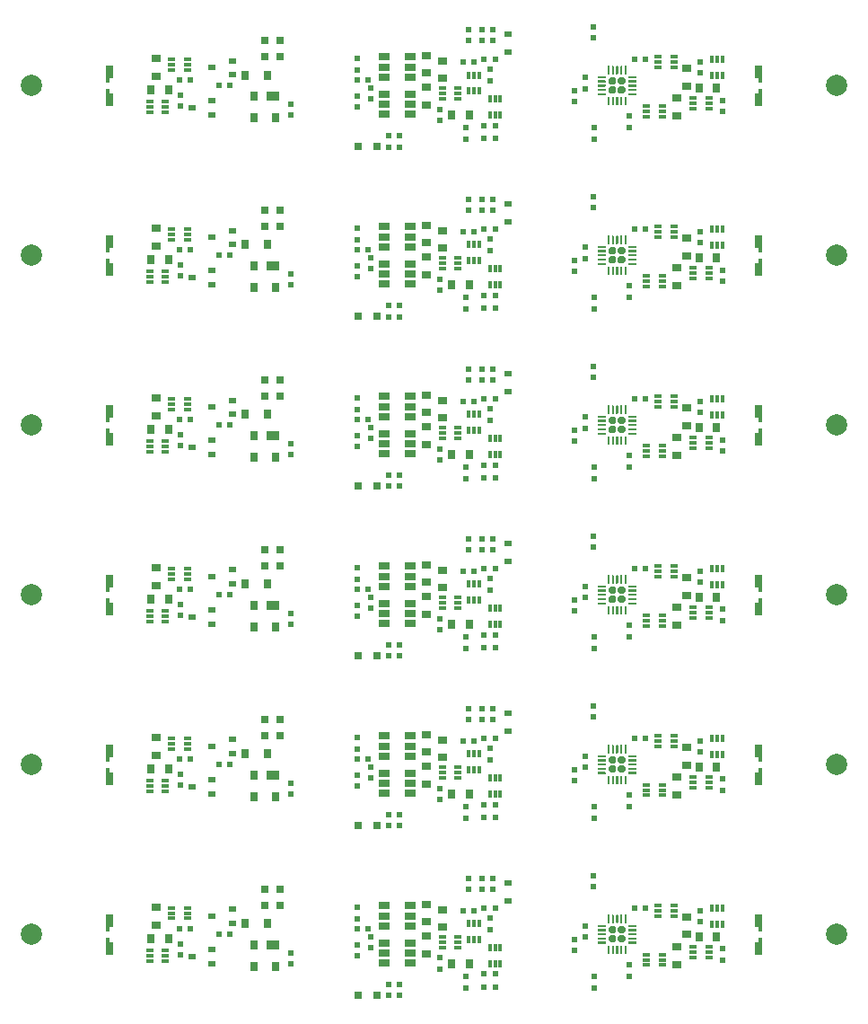
<source format=gtp>
%TF.GenerationSoftware,KiCad,Pcbnew,(5.1.9)-1*%
%TF.CreationDate,2021-03-16T21:31:40+09:00*%
%TF.ProjectId,motordecoder2-K3057,6d6f746f-7264-4656-936f-646572322d4b,rev?*%
%TF.SameCoordinates,PX66ff300PY7cee6c0*%
%TF.FileFunction,Paste,Top*%
%TF.FilePolarity,Positive*%
%FSLAX46Y46*%
G04 Gerber Fmt 4.6, Leading zero omitted, Abs format (unit mm)*
G04 Created by KiCad (PCBNEW (5.1.9)-1) date 2021-03-16 21:31:40*
%MOMM*%
%LPD*%
G01*
G04 APERTURE LIST*
%ADD10C,2.000000*%
%ADD11R,0.600000X0.550000*%
%ADD12R,0.650000X0.900000*%
%ADD13R,0.900000X0.650000*%
%ADD14R,0.550000X0.600000*%
%ADD15R,0.700000X0.300000*%
%ADD16R,0.300000X0.700000*%
%ADD17R,0.800000X0.500000*%
%ADD18R,1.000000X0.700000*%
%ADD19R,0.800000X0.900000*%
%ADD20R,0.500000X0.500000*%
%ADD21R,0.500000X0.550000*%
%ADD22R,0.550000X0.500000*%
%ADD23R,0.800000X0.800000*%
%ADD24C,0.100000*%
%ADD25R,1.200000X0.900000*%
%ADD26R,0.700000X0.800000*%
%ADD27R,0.800000X0.600000*%
%ADD28R,0.300000X0.500000*%
%ADD29R,0.750000X1.300000*%
G04 APERTURE END LIST*
D10*
%TO.C,REF\u002A\u002A*%
X79500000Y71000000D03*
%TD*%
%TO.C,REF\u002A\u002A*%
X79500000Y55000000D03*
%TD*%
%TO.C,REF\u002A\u002A*%
X79500000Y39000000D03*
%TD*%
%TO.C,REF\u002A\u002A*%
X79500000Y23000000D03*
%TD*%
%TO.C,REF\u002A\u002A*%
X79500000Y7000000D03*
%TD*%
%TO.C,REF\u002A\u002A*%
X3500000Y7000000D03*
%TD*%
%TO.C,REF\u002A\u002A*%
X3500000Y23000000D03*
%TD*%
%TO.C,REF\u002A\u002A*%
X3500000Y39000000D03*
%TD*%
%TO.C,REF\u002A\u002A*%
X3500000Y55000000D03*
%TD*%
%TO.C,REF\u002A\u002A*%
X3500000Y71000000D03*
%TD*%
%TO.C,REF\u002A\u002A*%
X79500000Y87000000D03*
%TD*%
%TO.C,REF\u002A\u002A*%
X3500000Y87000000D03*
%TD*%
D11*
%TO.C,R7*%
X44500000Y3025000D03*
X44500000Y1975000D03*
%TD*%
%TO.C,R7*%
X44500000Y19025000D03*
X44500000Y17975000D03*
%TD*%
%TO.C,R7*%
X44500000Y35025000D03*
X44500000Y33975000D03*
%TD*%
%TO.C,R7*%
X44500000Y51025000D03*
X44500000Y49975000D03*
%TD*%
%TO.C,R7*%
X44500000Y67025000D03*
X44500000Y65975000D03*
%TD*%
%TO.C,R8*%
X42000000Y4775000D03*
X42000000Y3725000D03*
%TD*%
%TO.C,R8*%
X42000000Y20775000D03*
X42000000Y19725000D03*
%TD*%
%TO.C,R8*%
X42000000Y36775000D03*
X42000000Y35725000D03*
%TD*%
%TO.C,R8*%
X42000000Y52775000D03*
X42000000Y51725000D03*
%TD*%
%TO.C,R8*%
X42000000Y68775000D03*
X42000000Y67725000D03*
%TD*%
%TO.C,R24*%
X17600000Y6125000D03*
X17600000Y5075000D03*
%TD*%
%TO.C,R24*%
X17600000Y22125000D03*
X17600000Y21075000D03*
%TD*%
%TO.C,R24*%
X17600000Y38125000D03*
X17600000Y37075000D03*
%TD*%
%TO.C,R24*%
X17600000Y54125000D03*
X17600000Y53075000D03*
%TD*%
%TO.C,R24*%
X17600000Y70125000D03*
X17600000Y69075000D03*
%TD*%
%TO.C,R1*%
X56500000Y12525000D03*
X56500000Y11475000D03*
%TD*%
%TO.C,R1*%
X56500000Y28525000D03*
X56500000Y27475000D03*
%TD*%
%TO.C,R1*%
X56500000Y44525000D03*
X56500000Y43475000D03*
%TD*%
%TO.C,R1*%
X56500000Y60525000D03*
X56500000Y59475000D03*
%TD*%
%TO.C,R1*%
X56500000Y76525000D03*
X56500000Y75475000D03*
%TD*%
D12*
%TO.C,R6*%
X44825000Y4250000D03*
X43175000Y4250000D03*
%TD*%
%TO.C,R6*%
X44825000Y20250000D03*
X43175000Y20250000D03*
%TD*%
%TO.C,R6*%
X44825000Y36250000D03*
X43175000Y36250000D03*
%TD*%
%TO.C,R6*%
X44825000Y52250000D03*
X43175000Y52250000D03*
%TD*%
%TO.C,R6*%
X44825000Y68250000D03*
X43175000Y68250000D03*
%TD*%
D13*
%TO.C,R22*%
X64400000Y4175000D03*
X64400000Y5825000D03*
%TD*%
%TO.C,R22*%
X64400000Y20175000D03*
X64400000Y21825000D03*
%TD*%
%TO.C,R22*%
X64400000Y36175000D03*
X64400000Y37825000D03*
%TD*%
%TO.C,R22*%
X64400000Y52175000D03*
X64400000Y53825000D03*
%TD*%
%TO.C,R22*%
X64400000Y68175000D03*
X64400000Y69825000D03*
%TD*%
D14*
%TO.C,R26*%
X17475000Y7500000D03*
X18525000Y7500000D03*
%TD*%
%TO.C,R26*%
X17475000Y23500000D03*
X18525000Y23500000D03*
%TD*%
%TO.C,R26*%
X17475000Y39500000D03*
X18525000Y39500000D03*
%TD*%
%TO.C,R26*%
X17475000Y55500000D03*
X18525000Y55500000D03*
%TD*%
%TO.C,R26*%
X17475000Y71500000D03*
X18525000Y71500000D03*
%TD*%
%TO.C,R25*%
X61425000Y9500000D03*
X60375000Y9500000D03*
%TD*%
%TO.C,R25*%
X61425000Y25500000D03*
X60375000Y25500000D03*
%TD*%
%TO.C,R25*%
X61425000Y41500000D03*
X60375000Y41500000D03*
%TD*%
%TO.C,R25*%
X61425000Y57500000D03*
X60375000Y57500000D03*
%TD*%
%TO.C,R25*%
X61425000Y73500000D03*
X60375000Y73500000D03*
%TD*%
D11*
%TO.C,R23*%
X59900000Y4125000D03*
X59900000Y3075000D03*
%TD*%
%TO.C,R23*%
X59900000Y20125000D03*
X59900000Y19075000D03*
%TD*%
%TO.C,R23*%
X59900000Y36125000D03*
X59900000Y35075000D03*
%TD*%
%TO.C,R23*%
X59900000Y52125000D03*
X59900000Y51075000D03*
%TD*%
%TO.C,R23*%
X59900000Y68125000D03*
X59900000Y67075000D03*
%TD*%
D13*
%TO.C,R4*%
X40750000Y6825000D03*
X40750000Y5175000D03*
%TD*%
%TO.C,R4*%
X40750000Y22825000D03*
X40750000Y21175000D03*
%TD*%
%TO.C,R4*%
X40750000Y38825000D03*
X40750000Y37175000D03*
%TD*%
%TO.C,R4*%
X40750000Y54825000D03*
X40750000Y53175000D03*
%TD*%
%TO.C,R4*%
X40750000Y70825000D03*
X40750000Y69175000D03*
%TD*%
D11*
%TO.C,R13*%
X66600000Y8175000D03*
X66600000Y9225000D03*
%TD*%
%TO.C,R13*%
X66600000Y24175000D03*
X66600000Y25225000D03*
%TD*%
%TO.C,R13*%
X66600000Y40175000D03*
X66600000Y41225000D03*
%TD*%
%TO.C,R13*%
X66600000Y56175000D03*
X66600000Y57225000D03*
%TD*%
%TO.C,R13*%
X66600000Y72175000D03*
X66600000Y73225000D03*
%TD*%
D14*
%TO.C,R12*%
X22225000Y7000000D03*
X21175000Y7000000D03*
%TD*%
%TO.C,R12*%
X22225000Y23000000D03*
X21175000Y23000000D03*
%TD*%
%TO.C,R12*%
X22225000Y39000000D03*
X21175000Y39000000D03*
%TD*%
%TO.C,R12*%
X22225000Y55000000D03*
X21175000Y55000000D03*
%TD*%
%TO.C,R12*%
X22225000Y71000000D03*
X21175000Y71000000D03*
%TD*%
D11*
%TO.C,R11*%
X54750000Y6525000D03*
X54750000Y5475000D03*
%TD*%
%TO.C,R11*%
X54750000Y22525000D03*
X54750000Y21475000D03*
%TD*%
%TO.C,R11*%
X54750000Y38525000D03*
X54750000Y37475000D03*
%TD*%
%TO.C,R11*%
X54750000Y54525000D03*
X54750000Y53475000D03*
%TD*%
%TO.C,R11*%
X54750000Y70525000D03*
X54750000Y69475000D03*
%TD*%
%TO.C,R2*%
X56600000Y3025000D03*
X56600000Y1975000D03*
%TD*%
%TO.C,R2*%
X56600000Y19025000D03*
X56600000Y17975000D03*
%TD*%
%TO.C,R2*%
X56600000Y35025000D03*
X56600000Y33975000D03*
%TD*%
%TO.C,R2*%
X56600000Y51025000D03*
X56600000Y49975000D03*
%TD*%
%TO.C,R2*%
X56600000Y67025000D03*
X56600000Y65975000D03*
%TD*%
D13*
%TO.C,R5*%
X42300000Y9325000D03*
X42300000Y7675000D03*
%TD*%
%TO.C,R5*%
X42300000Y25325000D03*
X42300000Y23675000D03*
%TD*%
%TO.C,R5*%
X42300000Y41325000D03*
X42300000Y39675000D03*
%TD*%
%TO.C,R5*%
X42300000Y57325000D03*
X42300000Y55675000D03*
%TD*%
%TO.C,R5*%
X42300000Y73325000D03*
X42300000Y71675000D03*
%TD*%
%TO.C,R21*%
X15300000Y7875000D03*
X15300000Y9525000D03*
%TD*%
%TO.C,R21*%
X15300000Y23875000D03*
X15300000Y25525000D03*
%TD*%
%TO.C,R21*%
X15300000Y39875000D03*
X15300000Y41525000D03*
%TD*%
%TO.C,R21*%
X15300000Y55875000D03*
X15300000Y57525000D03*
%TD*%
%TO.C,R21*%
X15300000Y71875000D03*
X15300000Y73525000D03*
%TD*%
D11*
%TO.C,R15*%
X68700000Y5625000D03*
X68700000Y4575000D03*
%TD*%
%TO.C,R15*%
X68700000Y21625000D03*
X68700000Y20575000D03*
%TD*%
%TO.C,R15*%
X68700000Y37625000D03*
X68700000Y36575000D03*
%TD*%
%TO.C,R15*%
X68700000Y53625000D03*
X68700000Y52575000D03*
%TD*%
%TO.C,R15*%
X68700000Y69625000D03*
X68700000Y68575000D03*
%TD*%
D13*
%TO.C,R3*%
X40750000Y9825000D03*
X40750000Y8175000D03*
%TD*%
%TO.C,R3*%
X40750000Y25825000D03*
X40750000Y24175000D03*
%TD*%
%TO.C,R3*%
X40750000Y41825000D03*
X40750000Y40175000D03*
%TD*%
%TO.C,R3*%
X40750000Y57825000D03*
X40750000Y56175000D03*
%TD*%
%TO.C,R3*%
X40750000Y73825000D03*
X40750000Y72175000D03*
%TD*%
D14*
%TO.C,R34*%
X47275000Y9500000D03*
X46225000Y9500000D03*
%TD*%
%TO.C,R34*%
X47275000Y25500000D03*
X46225000Y25500000D03*
%TD*%
%TO.C,R34*%
X47275000Y41500000D03*
X46225000Y41500000D03*
%TD*%
%TO.C,R34*%
X47275000Y57500000D03*
X46225000Y57500000D03*
%TD*%
%TO.C,R34*%
X47275000Y73500000D03*
X46225000Y73500000D03*
%TD*%
%TO.C,R9*%
X35275000Y7500000D03*
X34225000Y7500000D03*
%TD*%
%TO.C,R9*%
X35275000Y23500000D03*
X34225000Y23500000D03*
%TD*%
%TO.C,R9*%
X35275000Y39500000D03*
X34225000Y39500000D03*
%TD*%
%TO.C,R9*%
X35275000Y55500000D03*
X34225000Y55500000D03*
%TD*%
%TO.C,R9*%
X35275000Y71500000D03*
X34225000Y71500000D03*
%TD*%
%TO.C,R37*%
X46225000Y2000000D03*
X47275000Y2000000D03*
%TD*%
%TO.C,R37*%
X46225000Y18000000D03*
X47275000Y18000000D03*
%TD*%
%TO.C,R37*%
X46225000Y34000000D03*
X47275000Y34000000D03*
%TD*%
%TO.C,R37*%
X46225000Y50000000D03*
X47275000Y50000000D03*
%TD*%
%TO.C,R37*%
X46225000Y66000000D03*
X47275000Y66000000D03*
%TD*%
D13*
%TO.C,R28*%
X65300000Y6975000D03*
X65300000Y8625000D03*
%TD*%
%TO.C,R28*%
X65300000Y22975000D03*
X65300000Y24625000D03*
%TD*%
%TO.C,R28*%
X65300000Y38975000D03*
X65300000Y40625000D03*
%TD*%
%TO.C,R28*%
X65300000Y54975000D03*
X65300000Y56625000D03*
%TD*%
%TO.C,R28*%
X65300000Y70975000D03*
X65300000Y72625000D03*
%TD*%
D15*
%TO.C,Q12*%
X61550000Y4100000D03*
X61550000Y4600000D03*
X61550000Y5100000D03*
X63050000Y5100000D03*
X63050000Y4600000D03*
X63050000Y4100000D03*
%TD*%
%TO.C,Q12*%
X61550000Y20100000D03*
X61550000Y20600000D03*
X61550000Y21100000D03*
X63050000Y21100000D03*
X63050000Y20600000D03*
X63050000Y20100000D03*
%TD*%
%TO.C,Q12*%
X61550000Y36100000D03*
X61550000Y36600000D03*
X61550000Y37100000D03*
X63050000Y37100000D03*
X63050000Y36600000D03*
X63050000Y36100000D03*
%TD*%
%TO.C,Q12*%
X61550000Y52100000D03*
X61550000Y52600000D03*
X61550000Y53100000D03*
X63050000Y53100000D03*
X63050000Y52600000D03*
X63050000Y52100000D03*
%TD*%
%TO.C,Q12*%
X61550000Y68100000D03*
X61550000Y68600000D03*
X61550000Y69100000D03*
X63050000Y69100000D03*
X63050000Y68600000D03*
X63050000Y68100000D03*
%TD*%
D14*
%TO.C,R38*%
X46225000Y3250000D03*
X47275000Y3250000D03*
%TD*%
%TO.C,R38*%
X46225000Y19250000D03*
X47275000Y19250000D03*
%TD*%
%TO.C,R38*%
X46225000Y35250000D03*
X47275000Y35250000D03*
%TD*%
%TO.C,R38*%
X46225000Y51250000D03*
X47275000Y51250000D03*
%TD*%
%TO.C,R38*%
X46225000Y67250000D03*
X47275000Y67250000D03*
%TD*%
%TO.C,R35*%
X45275000Y9250000D03*
X44225000Y9250000D03*
%TD*%
%TO.C,R35*%
X45275000Y25250000D03*
X44225000Y25250000D03*
%TD*%
%TO.C,R35*%
X45275000Y41250000D03*
X44225000Y41250000D03*
%TD*%
%TO.C,R35*%
X45275000Y57250000D03*
X44225000Y57250000D03*
%TD*%
%TO.C,R35*%
X45275000Y73250000D03*
X44225000Y73250000D03*
%TD*%
D11*
%TO.C,R36*%
X37250000Y2275000D03*
X37250000Y1225000D03*
%TD*%
%TO.C,R36*%
X37250000Y18275000D03*
X37250000Y17225000D03*
%TD*%
%TO.C,R36*%
X37250000Y34275000D03*
X37250000Y33225000D03*
%TD*%
%TO.C,R36*%
X37250000Y50275000D03*
X37250000Y49225000D03*
%TD*%
%TO.C,R36*%
X37250000Y66275000D03*
X37250000Y65225000D03*
%TD*%
%TO.C,R33*%
X44750000Y12275000D03*
X44750000Y11225000D03*
%TD*%
%TO.C,R33*%
X44750000Y28275000D03*
X44750000Y27225000D03*
%TD*%
%TO.C,R33*%
X44750000Y44275000D03*
X44750000Y43225000D03*
%TD*%
%TO.C,R33*%
X44750000Y60275000D03*
X44750000Y59225000D03*
%TD*%
%TO.C,R33*%
X44750000Y76275000D03*
X44750000Y75225000D03*
%TD*%
D12*
%TO.C,R27*%
X16425000Y6600000D03*
X14775000Y6600000D03*
%TD*%
%TO.C,R27*%
X16425000Y22600000D03*
X14775000Y22600000D03*
%TD*%
%TO.C,R27*%
X16425000Y38600000D03*
X14775000Y38600000D03*
%TD*%
%TO.C,R27*%
X16425000Y54600000D03*
X14775000Y54600000D03*
%TD*%
%TO.C,R27*%
X16425000Y70600000D03*
X14775000Y70600000D03*
%TD*%
D11*
%TO.C,R31*%
X46750000Y8525000D03*
X46750000Y7475000D03*
%TD*%
%TO.C,R31*%
X46750000Y24525000D03*
X46750000Y23475000D03*
%TD*%
%TO.C,R31*%
X46750000Y40525000D03*
X46750000Y39475000D03*
%TD*%
%TO.C,R31*%
X46750000Y56525000D03*
X46750000Y55475000D03*
%TD*%
%TO.C,R31*%
X46750000Y72525000D03*
X46750000Y71475000D03*
%TD*%
D14*
%TO.C,R32*%
X47025000Y12250000D03*
X45975000Y12250000D03*
%TD*%
%TO.C,R32*%
X47025000Y28250000D03*
X45975000Y28250000D03*
%TD*%
%TO.C,R32*%
X47025000Y44250000D03*
X45975000Y44250000D03*
%TD*%
%TO.C,R32*%
X47025000Y60250000D03*
X45975000Y60250000D03*
%TD*%
%TO.C,R32*%
X47025000Y76250000D03*
X45975000Y76250000D03*
%TD*%
D11*
%TO.C,R10*%
X34250000Y6025000D03*
X34250000Y4975000D03*
%TD*%
%TO.C,R10*%
X34250000Y22025000D03*
X34250000Y20975000D03*
%TD*%
%TO.C,R10*%
X34250000Y38025000D03*
X34250000Y36975000D03*
%TD*%
%TO.C,R10*%
X34250000Y54025000D03*
X34250000Y52975000D03*
%TD*%
%TO.C,R10*%
X34250000Y70025000D03*
X34250000Y68975000D03*
%TD*%
D16*
%TO.C,Q22*%
X47750000Y4250000D03*
X47250000Y4250000D03*
X46750000Y4250000D03*
X46750000Y5750000D03*
X47250000Y5750000D03*
X47750000Y5750000D03*
%TD*%
%TO.C,Q22*%
X47750000Y20250000D03*
X47250000Y20250000D03*
X46750000Y20250000D03*
X46750000Y21750000D03*
X47250000Y21750000D03*
X47750000Y21750000D03*
%TD*%
%TO.C,Q22*%
X47750000Y36250000D03*
X47250000Y36250000D03*
X46750000Y36250000D03*
X46750000Y37750000D03*
X47250000Y37750000D03*
X47750000Y37750000D03*
%TD*%
%TO.C,Q22*%
X47750000Y52250000D03*
X47250000Y52250000D03*
X46750000Y52250000D03*
X46750000Y53750000D03*
X47250000Y53750000D03*
X47750000Y53750000D03*
%TD*%
%TO.C,Q22*%
X47750000Y68250000D03*
X47250000Y68250000D03*
X46750000Y68250000D03*
X46750000Y69750000D03*
X47250000Y69750000D03*
X47750000Y69750000D03*
%TD*%
D15*
%TO.C,Q14*%
X62650000Y9700000D03*
X62650000Y9200000D03*
X62650000Y8700000D03*
X64150000Y8700000D03*
X64150000Y9200000D03*
X64150000Y9700000D03*
%TD*%
%TO.C,Q14*%
X62650000Y25700000D03*
X62650000Y25200000D03*
X62650000Y24700000D03*
X64150000Y24700000D03*
X64150000Y25200000D03*
X64150000Y25700000D03*
%TD*%
%TO.C,Q14*%
X62650000Y41700000D03*
X62650000Y41200000D03*
X62650000Y40700000D03*
X64150000Y40700000D03*
X64150000Y41200000D03*
X64150000Y41700000D03*
%TD*%
%TO.C,Q14*%
X62650000Y57700000D03*
X62650000Y57200000D03*
X62650000Y56700000D03*
X64150000Y56700000D03*
X64150000Y57200000D03*
X64150000Y57700000D03*
%TD*%
%TO.C,Q14*%
X62650000Y73700000D03*
X62650000Y73200000D03*
X62650000Y72700000D03*
X64150000Y72700000D03*
X64150000Y73200000D03*
X64150000Y73700000D03*
%TD*%
%TO.C,Q13*%
X14650000Y4500000D03*
X14650000Y5000000D03*
X14650000Y5500000D03*
X16150000Y5500000D03*
X16150000Y5000000D03*
X16150000Y4500000D03*
%TD*%
%TO.C,Q13*%
X14650000Y20500000D03*
X14650000Y21000000D03*
X14650000Y21500000D03*
X16150000Y21500000D03*
X16150000Y21000000D03*
X16150000Y20500000D03*
%TD*%
%TO.C,Q13*%
X14650000Y36500000D03*
X14650000Y37000000D03*
X14650000Y37500000D03*
X16150000Y37500000D03*
X16150000Y37000000D03*
X16150000Y36500000D03*
%TD*%
%TO.C,Q13*%
X14650000Y52500000D03*
X14650000Y53000000D03*
X14650000Y53500000D03*
X16150000Y53500000D03*
X16150000Y53000000D03*
X16150000Y52500000D03*
%TD*%
%TO.C,Q13*%
X14650000Y68500000D03*
X14650000Y69000000D03*
X14650000Y69500000D03*
X16150000Y69500000D03*
X16150000Y69000000D03*
X16150000Y68500000D03*
%TD*%
D17*
%TO.C,Q15*%
X18650000Y4900000D03*
X20550000Y5550000D03*
X20550000Y4250000D03*
%TD*%
%TO.C,Q15*%
X18650000Y20900000D03*
X20550000Y21550000D03*
X20550000Y20250000D03*
%TD*%
%TO.C,Q15*%
X18650000Y36900000D03*
X20550000Y37550000D03*
X20550000Y36250000D03*
%TD*%
%TO.C,Q15*%
X18650000Y52900000D03*
X20550000Y53550000D03*
X20550000Y52250000D03*
%TD*%
%TO.C,Q15*%
X18650000Y68900000D03*
X20550000Y69550000D03*
X20550000Y68250000D03*
%TD*%
D18*
%TO.C,Q2*%
X39200000Y4300000D03*
X39200000Y5250000D03*
X39200000Y6200000D03*
X36800000Y6200000D03*
X36800000Y5250000D03*
X36800000Y4300000D03*
%TD*%
%TO.C,Q2*%
X39200000Y20300000D03*
X39200000Y21250000D03*
X39200000Y22200000D03*
X36800000Y22200000D03*
X36800000Y21250000D03*
X36800000Y20300000D03*
%TD*%
%TO.C,Q2*%
X39200000Y36300000D03*
X39200000Y37250000D03*
X39200000Y38200000D03*
X36800000Y38200000D03*
X36800000Y37250000D03*
X36800000Y36300000D03*
%TD*%
%TO.C,Q2*%
X39200000Y52300000D03*
X39200000Y53250000D03*
X39200000Y54200000D03*
X36800000Y54200000D03*
X36800000Y53250000D03*
X36800000Y52300000D03*
%TD*%
%TO.C,Q2*%
X39200000Y68300000D03*
X39200000Y69250000D03*
X39200000Y70200000D03*
X36800000Y70200000D03*
X36800000Y69250000D03*
X36800000Y68300000D03*
%TD*%
D15*
%TO.C,Q8*%
X65950000Y5800000D03*
X65950000Y5300000D03*
X65950000Y4800000D03*
X67450000Y4800000D03*
X67450000Y5300000D03*
X67450000Y5800000D03*
%TD*%
%TO.C,Q8*%
X65950000Y21800000D03*
X65950000Y21300000D03*
X65950000Y20800000D03*
X67450000Y20800000D03*
X67450000Y21300000D03*
X67450000Y21800000D03*
%TD*%
%TO.C,Q8*%
X65950000Y37800000D03*
X65950000Y37300000D03*
X65950000Y36800000D03*
X67450000Y36800000D03*
X67450000Y37300000D03*
X67450000Y37800000D03*
%TD*%
%TO.C,Q8*%
X65950000Y53800000D03*
X65950000Y53300000D03*
X65950000Y52800000D03*
X67450000Y52800000D03*
X67450000Y53300000D03*
X67450000Y53800000D03*
%TD*%
%TO.C,Q8*%
X65950000Y69800000D03*
X65950000Y69300000D03*
X65950000Y68800000D03*
X67450000Y68800000D03*
X67450000Y69300000D03*
X67450000Y69800000D03*
%TD*%
D18*
%TO.C,Q1*%
X36800000Y7800000D03*
X36800000Y8750000D03*
X36800000Y9700000D03*
X39200000Y9700000D03*
X39200000Y8750000D03*
X39200000Y7800000D03*
%TD*%
%TO.C,Q1*%
X36800000Y23800000D03*
X36800000Y24750000D03*
X36800000Y25700000D03*
X39200000Y25700000D03*
X39200000Y24750000D03*
X39200000Y23800000D03*
%TD*%
%TO.C,Q1*%
X36800000Y39800000D03*
X36800000Y40750000D03*
X36800000Y41700000D03*
X39200000Y41700000D03*
X39200000Y40750000D03*
X39200000Y39800000D03*
%TD*%
%TO.C,Q1*%
X36800000Y55800000D03*
X36800000Y56750000D03*
X36800000Y57700000D03*
X39200000Y57700000D03*
X39200000Y56750000D03*
X39200000Y55800000D03*
%TD*%
%TO.C,Q1*%
X36800000Y71800000D03*
X36800000Y72750000D03*
X36800000Y73700000D03*
X39200000Y73700000D03*
X39200000Y72750000D03*
X39200000Y71800000D03*
%TD*%
D17*
%TO.C,Q5*%
X22450000Y8050000D03*
X22450000Y9350000D03*
X20550000Y8700000D03*
%TD*%
%TO.C,Q5*%
X22450000Y24050000D03*
X22450000Y25350000D03*
X20550000Y24700000D03*
%TD*%
%TO.C,Q5*%
X22450000Y40050000D03*
X22450000Y41350000D03*
X20550000Y40700000D03*
%TD*%
%TO.C,Q5*%
X22450000Y56050000D03*
X22450000Y57350000D03*
X20550000Y56700000D03*
%TD*%
%TO.C,Q5*%
X22450000Y72050000D03*
X22450000Y73350000D03*
X20550000Y72700000D03*
%TD*%
D15*
%TO.C,Q11*%
X16750000Y9500000D03*
X16750000Y9000000D03*
X16750000Y8500000D03*
X18250000Y8500000D03*
X18250000Y9000000D03*
X18250000Y9500000D03*
%TD*%
%TO.C,Q11*%
X16750000Y25500000D03*
X16750000Y25000000D03*
X16750000Y24500000D03*
X18250000Y24500000D03*
X18250000Y25000000D03*
X18250000Y25500000D03*
%TD*%
%TO.C,Q11*%
X16750000Y41500000D03*
X16750000Y41000000D03*
X16750000Y40500000D03*
X18250000Y40500000D03*
X18250000Y41000000D03*
X18250000Y41500000D03*
%TD*%
%TO.C,Q11*%
X16750000Y57500000D03*
X16750000Y57000000D03*
X16750000Y56500000D03*
X18250000Y56500000D03*
X18250000Y57000000D03*
X18250000Y57500000D03*
%TD*%
%TO.C,Q11*%
X16750000Y73500000D03*
X16750000Y73000000D03*
X16750000Y72500000D03*
X18250000Y72500000D03*
X18250000Y73000000D03*
X18250000Y73500000D03*
%TD*%
D16*
%TO.C,Q6*%
X67700000Y9450000D03*
X68200000Y9450000D03*
X68700000Y9450000D03*
X68700000Y7950000D03*
X68200000Y7950000D03*
X67700000Y7950000D03*
%TD*%
%TO.C,Q6*%
X67700000Y25450000D03*
X68200000Y25450000D03*
X68700000Y25450000D03*
X68700000Y23950000D03*
X68200000Y23950000D03*
X67700000Y23950000D03*
%TD*%
%TO.C,Q6*%
X67700000Y41450000D03*
X68200000Y41450000D03*
X68700000Y41450000D03*
X68700000Y39950000D03*
X68200000Y39950000D03*
X67700000Y39950000D03*
%TD*%
%TO.C,Q6*%
X67700000Y57450000D03*
X68200000Y57450000D03*
X68700000Y57450000D03*
X68700000Y55950000D03*
X68200000Y55950000D03*
X67700000Y55950000D03*
%TD*%
%TO.C,Q6*%
X67700000Y73450000D03*
X68200000Y73450000D03*
X68700000Y73450000D03*
X68700000Y71950000D03*
X68200000Y71950000D03*
X67700000Y71950000D03*
%TD*%
D15*
%TO.C,Q3*%
X43750000Y6750000D03*
X43750000Y6250000D03*
X43750000Y5750000D03*
X42250000Y5750000D03*
X42250000Y6250000D03*
X42250000Y6750000D03*
%TD*%
%TO.C,Q3*%
X43750000Y22750000D03*
X43750000Y22250000D03*
X43750000Y21750000D03*
X42250000Y21750000D03*
X42250000Y22250000D03*
X42250000Y22750000D03*
%TD*%
%TO.C,Q3*%
X43750000Y38750000D03*
X43750000Y38250000D03*
X43750000Y37750000D03*
X42250000Y37750000D03*
X42250000Y38250000D03*
X42250000Y38750000D03*
%TD*%
%TO.C,Q3*%
X43750000Y54750000D03*
X43750000Y54250000D03*
X43750000Y53750000D03*
X42250000Y53750000D03*
X42250000Y54250000D03*
X42250000Y54750000D03*
%TD*%
%TO.C,Q3*%
X43750000Y70750000D03*
X43750000Y70250000D03*
X43750000Y69750000D03*
X42250000Y69750000D03*
X42250000Y70250000D03*
X42250000Y70750000D03*
%TD*%
D19*
%TO.C,D3*%
X23700000Y8000000D03*
X25800000Y8000000D03*
%TD*%
%TO.C,D3*%
X23700000Y24000000D03*
X25800000Y24000000D03*
%TD*%
%TO.C,D3*%
X23700000Y40000000D03*
X25800000Y40000000D03*
%TD*%
%TO.C,D3*%
X23700000Y56000000D03*
X25800000Y56000000D03*
%TD*%
%TO.C,D3*%
X23700000Y72000000D03*
X25800000Y72000000D03*
%TD*%
D20*
%TO.C,C12*%
X38250000Y1225000D03*
D21*
X38250000Y2275000D03*
%TD*%
D20*
%TO.C,C12*%
X38250000Y17225000D03*
D21*
X38250000Y18275000D03*
%TD*%
D20*
%TO.C,C12*%
X38250000Y33225000D03*
D21*
X38250000Y34275000D03*
%TD*%
D20*
%TO.C,C12*%
X38250000Y49225000D03*
D21*
X38250000Y50275000D03*
%TD*%
D20*
%TO.C,C12*%
X38250000Y65225000D03*
D21*
X38250000Y66275000D03*
%TD*%
D12*
%TO.C,R14*%
X66475000Y6800000D03*
X68125000Y6800000D03*
%TD*%
%TO.C,R14*%
X66475000Y22800000D03*
X68125000Y22800000D03*
%TD*%
%TO.C,R14*%
X66475000Y38800000D03*
X68125000Y38800000D03*
%TD*%
%TO.C,R14*%
X66475000Y54800000D03*
X68125000Y54800000D03*
%TD*%
%TO.C,R14*%
X66475000Y70800000D03*
X68125000Y70800000D03*
%TD*%
D20*
%TO.C,C11*%
X47025000Y11250000D03*
D22*
X45975000Y11250000D03*
%TD*%
D20*
%TO.C,C11*%
X47025000Y27250000D03*
D22*
X45975000Y27250000D03*
%TD*%
D20*
%TO.C,C11*%
X47025000Y43250000D03*
D22*
X45975000Y43250000D03*
%TD*%
D20*
%TO.C,C11*%
X47025000Y59250000D03*
D22*
X45975000Y59250000D03*
%TD*%
D20*
%TO.C,C11*%
X47025000Y75250000D03*
D22*
X45975000Y75250000D03*
%TD*%
D21*
%TO.C,C7*%
X35500000Y5725000D03*
D20*
X35500000Y6775000D03*
%TD*%
D21*
%TO.C,C7*%
X35500000Y21725000D03*
D20*
X35500000Y22775000D03*
%TD*%
D21*
%TO.C,C7*%
X35500000Y37725000D03*
D20*
X35500000Y38775000D03*
%TD*%
D21*
%TO.C,C7*%
X35500000Y53725000D03*
D20*
X35500000Y54775000D03*
%TD*%
D21*
%TO.C,C7*%
X35500000Y69725000D03*
D20*
X35500000Y70775000D03*
%TD*%
D21*
%TO.C,C5*%
X55750000Y7775000D03*
D20*
X55750000Y6725000D03*
%TD*%
D21*
%TO.C,C5*%
X55750000Y23775000D03*
D20*
X55750000Y22725000D03*
%TD*%
D21*
%TO.C,C5*%
X55750000Y39775000D03*
D20*
X55750000Y38725000D03*
%TD*%
D21*
%TO.C,C5*%
X55750000Y55775000D03*
D20*
X55750000Y54725000D03*
%TD*%
D21*
%TO.C,C5*%
X55750000Y71775000D03*
D20*
X55750000Y70725000D03*
%TD*%
%TO.C,C6*%
X34250000Y8475000D03*
D21*
X34250000Y9525000D03*
%TD*%
D20*
%TO.C,C6*%
X34250000Y24475000D03*
D21*
X34250000Y25525000D03*
%TD*%
D20*
%TO.C,C6*%
X34250000Y40475000D03*
D21*
X34250000Y41525000D03*
%TD*%
D20*
%TO.C,C6*%
X34250000Y56475000D03*
D21*
X34250000Y57525000D03*
%TD*%
D20*
%TO.C,C6*%
X34250000Y72475000D03*
D21*
X34250000Y73525000D03*
%TD*%
D23*
%TO.C,C3*%
X27000000Y9725000D03*
X27000000Y11275000D03*
%TD*%
%TO.C,C3*%
X27000000Y25725000D03*
X27000000Y27275000D03*
%TD*%
%TO.C,C3*%
X27000000Y41725000D03*
X27000000Y43275000D03*
%TD*%
%TO.C,C3*%
X27000000Y57725000D03*
X27000000Y59275000D03*
%TD*%
%TO.C,C3*%
X27000000Y73725000D03*
X27000000Y75275000D03*
%TD*%
D21*
%TO.C,C1*%
X28000000Y5275000D03*
D20*
X28000000Y4225000D03*
%TD*%
D21*
%TO.C,C1*%
X28000000Y21275000D03*
D20*
X28000000Y20225000D03*
%TD*%
D21*
%TO.C,C1*%
X28000000Y37275000D03*
D20*
X28000000Y36225000D03*
%TD*%
D21*
%TO.C,C1*%
X28000000Y53275000D03*
D20*
X28000000Y52225000D03*
%TD*%
D21*
%TO.C,C1*%
X28000000Y69275000D03*
D20*
X28000000Y68225000D03*
%TD*%
%TO.C,U2*%
G36*
G01*
X58830000Y6402500D02*
X58830000Y6747500D01*
G75*
G02*
X59002500Y6920000I172500J0D01*
G01*
X59347500Y6920000D01*
G75*
G02*
X59520000Y6747500I0J-172500D01*
G01*
X59520000Y6402500D01*
G75*
G02*
X59347500Y6230000I-172500J0D01*
G01*
X59002500Y6230000D01*
G75*
G02*
X58830000Y6402500I0J172500D01*
G01*
G37*
G36*
G01*
X58830000Y7252500D02*
X58830000Y7597500D01*
G75*
G02*
X59002500Y7770000I172500J0D01*
G01*
X59347500Y7770000D01*
G75*
G02*
X59520000Y7597500I0J-172500D01*
G01*
X59520000Y7252500D01*
G75*
G02*
X59347500Y7080000I-172500J0D01*
G01*
X59002500Y7080000D01*
G75*
G02*
X58830000Y7252500I0J172500D01*
G01*
G37*
G36*
G01*
X57980000Y6402500D02*
X57980000Y6747500D01*
G75*
G02*
X58152500Y6920000I172500J0D01*
G01*
X58497500Y6920000D01*
G75*
G02*
X58670000Y6747500I0J-172500D01*
G01*
X58670000Y6402500D01*
G75*
G02*
X58497500Y6230000I-172500J0D01*
G01*
X58152500Y6230000D01*
G75*
G02*
X57980000Y6402500I0J172500D01*
G01*
G37*
G36*
G01*
X57980000Y7252500D02*
X57980000Y7597500D01*
G75*
G02*
X58152500Y7770000I172500J0D01*
G01*
X58497500Y7770000D01*
G75*
G02*
X58670000Y7597500I0J-172500D01*
G01*
X58670000Y7252500D01*
G75*
G02*
X58497500Y7080000I-172500J0D01*
G01*
X58152500Y7080000D01*
G75*
G02*
X57980000Y7252500I0J172500D01*
G01*
G37*
D24*
G36*
X58009755Y8849039D02*
G01*
X58019134Y8846194D01*
X58027779Y8841573D01*
X58035355Y8835355D01*
X58041573Y8827779D01*
X58046194Y8819134D01*
X58049039Y8809755D01*
X58050000Y8800000D01*
X58050000Y8100000D01*
X58049039Y8090245D01*
X58046194Y8080866D01*
X58041573Y8072221D01*
X58035355Y8064645D01*
X58027779Y8058427D01*
X58019134Y8053806D01*
X58009755Y8050961D01*
X58000000Y8050000D01*
X57950711Y8050000D01*
X57940956Y8050961D01*
X57931577Y8053806D01*
X57922932Y8058427D01*
X57915356Y8064645D01*
X57864645Y8115356D01*
X57858427Y8122932D01*
X57853806Y8131577D01*
X57850961Y8140956D01*
X57850000Y8150711D01*
X57850000Y8800000D01*
X57850961Y8809755D01*
X57853806Y8819134D01*
X57858427Y8827779D01*
X57864645Y8835355D01*
X57872221Y8841573D01*
X57880866Y8846194D01*
X57890245Y8849039D01*
X57900000Y8850000D01*
X58000000Y8850000D01*
X58009755Y8849039D01*
G37*
G36*
G01*
X58250000Y8100000D02*
X58250000Y8800000D01*
G75*
G02*
X58300000Y8850000I50000J0D01*
G01*
X58400000Y8850000D01*
G75*
G02*
X58450000Y8800000I0J-50000D01*
G01*
X58450000Y8100000D01*
G75*
G02*
X58400000Y8050000I-50000J0D01*
G01*
X58300000Y8050000D01*
G75*
G02*
X58250000Y8100000I0J50000D01*
G01*
G37*
G36*
G01*
X58650000Y8100000D02*
X58650000Y8800000D01*
G75*
G02*
X58700000Y8850000I50000J0D01*
G01*
X58800000Y8850000D01*
G75*
G02*
X58850000Y8800000I0J-50000D01*
G01*
X58850000Y8100000D01*
G75*
G02*
X58800000Y8050000I-50000J0D01*
G01*
X58700000Y8050000D01*
G75*
G02*
X58650000Y8100000I0J50000D01*
G01*
G37*
G36*
G01*
X59050000Y8100000D02*
X59050000Y8800000D01*
G75*
G02*
X59100000Y8850000I50000J0D01*
G01*
X59200000Y8850000D01*
G75*
G02*
X59250000Y8800000I0J-50000D01*
G01*
X59250000Y8100000D01*
G75*
G02*
X59200000Y8050000I-50000J0D01*
G01*
X59100000Y8050000D01*
G75*
G02*
X59050000Y8100000I0J50000D01*
G01*
G37*
G36*
X59609755Y8849039D02*
G01*
X59619134Y8846194D01*
X59627779Y8841573D01*
X59635355Y8835355D01*
X59641573Y8827779D01*
X59646194Y8819134D01*
X59649039Y8809755D01*
X59650000Y8800000D01*
X59650000Y8150711D01*
X59649039Y8140956D01*
X59646194Y8131577D01*
X59641573Y8122932D01*
X59635355Y8115356D01*
X59584644Y8064645D01*
X59577068Y8058427D01*
X59568423Y8053806D01*
X59559044Y8050961D01*
X59549289Y8050000D01*
X59500000Y8050000D01*
X59490245Y8050961D01*
X59480866Y8053806D01*
X59472221Y8058427D01*
X59464645Y8064645D01*
X59458427Y8072221D01*
X59453806Y8080866D01*
X59450961Y8090245D01*
X59450000Y8100000D01*
X59450000Y8800000D01*
X59450961Y8809755D01*
X59453806Y8819134D01*
X59458427Y8827779D01*
X59464645Y8835355D01*
X59472221Y8841573D01*
X59480866Y8846194D01*
X59490245Y8849039D01*
X59500000Y8850000D01*
X59600000Y8850000D01*
X59609755Y8849039D01*
G37*
G36*
X60559755Y7899039D02*
G01*
X60569134Y7896194D01*
X60577779Y7891573D01*
X60585355Y7885355D01*
X60591573Y7877779D01*
X60596194Y7869134D01*
X60599039Y7859755D01*
X60600000Y7850000D01*
X60600000Y7750000D01*
X60599039Y7740245D01*
X60596194Y7730866D01*
X60591573Y7722221D01*
X60585355Y7714645D01*
X60577779Y7708427D01*
X60569134Y7703806D01*
X60559755Y7700961D01*
X60550000Y7700000D01*
X59850000Y7700000D01*
X59840245Y7700961D01*
X59830866Y7703806D01*
X59822221Y7708427D01*
X59814645Y7714645D01*
X59808427Y7722221D01*
X59803806Y7730866D01*
X59800961Y7740245D01*
X59800000Y7750000D01*
X59800000Y7799289D01*
X59800961Y7809044D01*
X59803806Y7818423D01*
X59808427Y7827068D01*
X59814645Y7834644D01*
X59865356Y7885355D01*
X59872932Y7891573D01*
X59881577Y7896194D01*
X59890956Y7899039D01*
X59900711Y7900000D01*
X60550000Y7900000D01*
X60559755Y7899039D01*
G37*
G36*
G01*
X59800000Y7350000D02*
X59800000Y7450000D01*
G75*
G02*
X59850000Y7500000I50000J0D01*
G01*
X60550000Y7500000D01*
G75*
G02*
X60600000Y7450000I0J-50000D01*
G01*
X60600000Y7350000D01*
G75*
G02*
X60550000Y7300000I-50000J0D01*
G01*
X59850000Y7300000D01*
G75*
G02*
X59800000Y7350000I0J50000D01*
G01*
G37*
G36*
G01*
X59800000Y6950000D02*
X59800000Y7050000D01*
G75*
G02*
X59850000Y7100000I50000J0D01*
G01*
X60550000Y7100000D01*
G75*
G02*
X60600000Y7050000I0J-50000D01*
G01*
X60600000Y6950000D01*
G75*
G02*
X60550000Y6900000I-50000J0D01*
G01*
X59850000Y6900000D01*
G75*
G02*
X59800000Y6950000I0J50000D01*
G01*
G37*
G36*
G01*
X59800000Y6550000D02*
X59800000Y6650000D01*
G75*
G02*
X59850000Y6700000I50000J0D01*
G01*
X60550000Y6700000D01*
G75*
G02*
X60600000Y6650000I0J-50000D01*
G01*
X60600000Y6550000D01*
G75*
G02*
X60550000Y6500000I-50000J0D01*
G01*
X59850000Y6500000D01*
G75*
G02*
X59800000Y6550000I0J50000D01*
G01*
G37*
G36*
X60559755Y6299039D02*
G01*
X60569134Y6296194D01*
X60577779Y6291573D01*
X60585355Y6285355D01*
X60591573Y6277779D01*
X60596194Y6269134D01*
X60599039Y6259755D01*
X60600000Y6250000D01*
X60600000Y6150000D01*
X60599039Y6140245D01*
X60596194Y6130866D01*
X60591573Y6122221D01*
X60585355Y6114645D01*
X60577779Y6108427D01*
X60569134Y6103806D01*
X60559755Y6100961D01*
X60550000Y6100000D01*
X59900711Y6100000D01*
X59890956Y6100961D01*
X59881577Y6103806D01*
X59872932Y6108427D01*
X59865356Y6114645D01*
X59814645Y6165356D01*
X59808427Y6172932D01*
X59803806Y6181577D01*
X59800961Y6190956D01*
X59800000Y6200711D01*
X59800000Y6250000D01*
X59800961Y6259755D01*
X59803806Y6269134D01*
X59808427Y6277779D01*
X59814645Y6285355D01*
X59822221Y6291573D01*
X59830866Y6296194D01*
X59840245Y6299039D01*
X59850000Y6300000D01*
X60550000Y6300000D01*
X60559755Y6299039D01*
G37*
G36*
X59559044Y5949039D02*
G01*
X59568423Y5946194D01*
X59577068Y5941573D01*
X59584644Y5935355D01*
X59635355Y5884644D01*
X59641573Y5877068D01*
X59646194Y5868423D01*
X59649039Y5859044D01*
X59650000Y5849289D01*
X59650000Y5200000D01*
X59649039Y5190245D01*
X59646194Y5180866D01*
X59641573Y5172221D01*
X59635355Y5164645D01*
X59627779Y5158427D01*
X59619134Y5153806D01*
X59609755Y5150961D01*
X59600000Y5150000D01*
X59500000Y5150000D01*
X59490245Y5150961D01*
X59480866Y5153806D01*
X59472221Y5158427D01*
X59464645Y5164645D01*
X59458427Y5172221D01*
X59453806Y5180866D01*
X59450961Y5190245D01*
X59450000Y5200000D01*
X59450000Y5900000D01*
X59450961Y5909755D01*
X59453806Y5919134D01*
X59458427Y5927779D01*
X59464645Y5935355D01*
X59472221Y5941573D01*
X59480866Y5946194D01*
X59490245Y5949039D01*
X59500000Y5950000D01*
X59549289Y5950000D01*
X59559044Y5949039D01*
G37*
G36*
G01*
X59050000Y5200000D02*
X59050000Y5900000D01*
G75*
G02*
X59100000Y5950000I50000J0D01*
G01*
X59200000Y5950000D01*
G75*
G02*
X59250000Y5900000I0J-50000D01*
G01*
X59250000Y5200000D01*
G75*
G02*
X59200000Y5150000I-50000J0D01*
G01*
X59100000Y5150000D01*
G75*
G02*
X59050000Y5200000I0J50000D01*
G01*
G37*
G36*
G01*
X58650000Y5200000D02*
X58650000Y5900000D01*
G75*
G02*
X58700000Y5950000I50000J0D01*
G01*
X58800000Y5950000D01*
G75*
G02*
X58850000Y5900000I0J-50000D01*
G01*
X58850000Y5200000D01*
G75*
G02*
X58800000Y5150000I-50000J0D01*
G01*
X58700000Y5150000D01*
G75*
G02*
X58650000Y5200000I0J50000D01*
G01*
G37*
G36*
G01*
X58250000Y5200000D02*
X58250000Y5900000D01*
G75*
G02*
X58300000Y5950000I50000J0D01*
G01*
X58400000Y5950000D01*
G75*
G02*
X58450000Y5900000I0J-50000D01*
G01*
X58450000Y5200000D01*
G75*
G02*
X58400000Y5150000I-50000J0D01*
G01*
X58300000Y5150000D01*
G75*
G02*
X58250000Y5200000I0J50000D01*
G01*
G37*
G36*
X58009755Y5949039D02*
G01*
X58019134Y5946194D01*
X58027779Y5941573D01*
X58035355Y5935355D01*
X58041573Y5927779D01*
X58046194Y5919134D01*
X58049039Y5909755D01*
X58050000Y5900000D01*
X58050000Y5200000D01*
X58049039Y5190245D01*
X58046194Y5180866D01*
X58041573Y5172221D01*
X58035355Y5164645D01*
X58027779Y5158427D01*
X58019134Y5153806D01*
X58009755Y5150961D01*
X58000000Y5150000D01*
X57900000Y5150000D01*
X57890245Y5150961D01*
X57880866Y5153806D01*
X57872221Y5158427D01*
X57864645Y5164645D01*
X57858427Y5172221D01*
X57853806Y5180866D01*
X57850961Y5190245D01*
X57850000Y5200000D01*
X57850000Y5849289D01*
X57850961Y5859044D01*
X57853806Y5868423D01*
X57858427Y5877068D01*
X57864645Y5884644D01*
X57915356Y5935355D01*
X57922932Y5941573D01*
X57931577Y5946194D01*
X57940956Y5949039D01*
X57950711Y5950000D01*
X58000000Y5950000D01*
X58009755Y5949039D01*
G37*
G36*
X57659755Y6299039D02*
G01*
X57669134Y6296194D01*
X57677779Y6291573D01*
X57685355Y6285355D01*
X57691573Y6277779D01*
X57696194Y6269134D01*
X57699039Y6259755D01*
X57700000Y6250000D01*
X57700000Y6200711D01*
X57699039Y6190956D01*
X57696194Y6181577D01*
X57691573Y6172932D01*
X57685355Y6165356D01*
X57634644Y6114645D01*
X57627068Y6108427D01*
X57618423Y6103806D01*
X57609044Y6100961D01*
X57599289Y6100000D01*
X56950000Y6100000D01*
X56940245Y6100961D01*
X56930866Y6103806D01*
X56922221Y6108427D01*
X56914645Y6114645D01*
X56908427Y6122221D01*
X56903806Y6130866D01*
X56900961Y6140245D01*
X56900000Y6150000D01*
X56900000Y6250000D01*
X56900961Y6259755D01*
X56903806Y6269134D01*
X56908427Y6277779D01*
X56914645Y6285355D01*
X56922221Y6291573D01*
X56930866Y6296194D01*
X56940245Y6299039D01*
X56950000Y6300000D01*
X57650000Y6300000D01*
X57659755Y6299039D01*
G37*
G36*
G01*
X56900000Y6550000D02*
X56900000Y6650000D01*
G75*
G02*
X56950000Y6700000I50000J0D01*
G01*
X57650000Y6700000D01*
G75*
G02*
X57700000Y6650000I0J-50000D01*
G01*
X57700000Y6550000D01*
G75*
G02*
X57650000Y6500000I-50000J0D01*
G01*
X56950000Y6500000D01*
G75*
G02*
X56900000Y6550000I0J50000D01*
G01*
G37*
G36*
G01*
X56900000Y6950000D02*
X56900000Y7050000D01*
G75*
G02*
X56950000Y7100000I50000J0D01*
G01*
X57650000Y7100000D01*
G75*
G02*
X57700000Y7050000I0J-50000D01*
G01*
X57700000Y6950000D01*
G75*
G02*
X57650000Y6900000I-50000J0D01*
G01*
X56950000Y6900000D01*
G75*
G02*
X56900000Y6950000I0J50000D01*
G01*
G37*
G36*
G01*
X56900000Y7350000D02*
X56900000Y7450000D01*
G75*
G02*
X56950000Y7500000I50000J0D01*
G01*
X57650000Y7500000D01*
G75*
G02*
X57700000Y7450000I0J-50000D01*
G01*
X57700000Y7350000D01*
G75*
G02*
X57650000Y7300000I-50000J0D01*
G01*
X56950000Y7300000D01*
G75*
G02*
X56900000Y7350000I0J50000D01*
G01*
G37*
G36*
X57609044Y7899039D02*
G01*
X57618423Y7896194D01*
X57627068Y7891573D01*
X57634644Y7885355D01*
X57685355Y7834644D01*
X57691573Y7827068D01*
X57696194Y7818423D01*
X57699039Y7809044D01*
X57700000Y7799289D01*
X57700000Y7750000D01*
X57699039Y7740245D01*
X57696194Y7730866D01*
X57691573Y7722221D01*
X57685355Y7714645D01*
X57677779Y7708427D01*
X57669134Y7703806D01*
X57659755Y7700961D01*
X57650000Y7700000D01*
X56950000Y7700000D01*
X56940245Y7700961D01*
X56930866Y7703806D01*
X56922221Y7708427D01*
X56914645Y7714645D01*
X56908427Y7722221D01*
X56903806Y7730866D01*
X56900961Y7740245D01*
X56900000Y7750000D01*
X56900000Y7850000D01*
X56900961Y7859755D01*
X56903806Y7869134D01*
X56908427Y7877779D01*
X56914645Y7885355D01*
X56922221Y7891573D01*
X56930866Y7896194D01*
X56940245Y7899039D01*
X56950000Y7900000D01*
X57599289Y7900000D01*
X57609044Y7899039D01*
G37*
%TD*%
%TO.C,U2*%
G36*
G01*
X58830000Y22402500D02*
X58830000Y22747500D01*
G75*
G02*
X59002500Y22920000I172500J0D01*
G01*
X59347500Y22920000D01*
G75*
G02*
X59520000Y22747500I0J-172500D01*
G01*
X59520000Y22402500D01*
G75*
G02*
X59347500Y22230000I-172500J0D01*
G01*
X59002500Y22230000D01*
G75*
G02*
X58830000Y22402500I0J172500D01*
G01*
G37*
G36*
G01*
X58830000Y23252500D02*
X58830000Y23597500D01*
G75*
G02*
X59002500Y23770000I172500J0D01*
G01*
X59347500Y23770000D01*
G75*
G02*
X59520000Y23597500I0J-172500D01*
G01*
X59520000Y23252500D01*
G75*
G02*
X59347500Y23080000I-172500J0D01*
G01*
X59002500Y23080000D01*
G75*
G02*
X58830000Y23252500I0J172500D01*
G01*
G37*
G36*
G01*
X57980000Y22402500D02*
X57980000Y22747500D01*
G75*
G02*
X58152500Y22920000I172500J0D01*
G01*
X58497500Y22920000D01*
G75*
G02*
X58670000Y22747500I0J-172500D01*
G01*
X58670000Y22402500D01*
G75*
G02*
X58497500Y22230000I-172500J0D01*
G01*
X58152500Y22230000D01*
G75*
G02*
X57980000Y22402500I0J172500D01*
G01*
G37*
G36*
G01*
X57980000Y23252500D02*
X57980000Y23597500D01*
G75*
G02*
X58152500Y23770000I172500J0D01*
G01*
X58497500Y23770000D01*
G75*
G02*
X58670000Y23597500I0J-172500D01*
G01*
X58670000Y23252500D01*
G75*
G02*
X58497500Y23080000I-172500J0D01*
G01*
X58152500Y23080000D01*
G75*
G02*
X57980000Y23252500I0J172500D01*
G01*
G37*
G36*
X58009755Y24849039D02*
G01*
X58019134Y24846194D01*
X58027779Y24841573D01*
X58035355Y24835355D01*
X58041573Y24827779D01*
X58046194Y24819134D01*
X58049039Y24809755D01*
X58050000Y24800000D01*
X58050000Y24100000D01*
X58049039Y24090245D01*
X58046194Y24080866D01*
X58041573Y24072221D01*
X58035355Y24064645D01*
X58027779Y24058427D01*
X58019134Y24053806D01*
X58009755Y24050961D01*
X58000000Y24050000D01*
X57950711Y24050000D01*
X57940956Y24050961D01*
X57931577Y24053806D01*
X57922932Y24058427D01*
X57915356Y24064645D01*
X57864645Y24115356D01*
X57858427Y24122932D01*
X57853806Y24131577D01*
X57850961Y24140956D01*
X57850000Y24150711D01*
X57850000Y24800000D01*
X57850961Y24809755D01*
X57853806Y24819134D01*
X57858427Y24827779D01*
X57864645Y24835355D01*
X57872221Y24841573D01*
X57880866Y24846194D01*
X57890245Y24849039D01*
X57900000Y24850000D01*
X58000000Y24850000D01*
X58009755Y24849039D01*
G37*
G36*
G01*
X58250000Y24100000D02*
X58250000Y24800000D01*
G75*
G02*
X58300000Y24850000I50000J0D01*
G01*
X58400000Y24850000D01*
G75*
G02*
X58450000Y24800000I0J-50000D01*
G01*
X58450000Y24100000D01*
G75*
G02*
X58400000Y24050000I-50000J0D01*
G01*
X58300000Y24050000D01*
G75*
G02*
X58250000Y24100000I0J50000D01*
G01*
G37*
G36*
G01*
X58650000Y24100000D02*
X58650000Y24800000D01*
G75*
G02*
X58700000Y24850000I50000J0D01*
G01*
X58800000Y24850000D01*
G75*
G02*
X58850000Y24800000I0J-50000D01*
G01*
X58850000Y24100000D01*
G75*
G02*
X58800000Y24050000I-50000J0D01*
G01*
X58700000Y24050000D01*
G75*
G02*
X58650000Y24100000I0J50000D01*
G01*
G37*
G36*
G01*
X59050000Y24100000D02*
X59050000Y24800000D01*
G75*
G02*
X59100000Y24850000I50000J0D01*
G01*
X59200000Y24850000D01*
G75*
G02*
X59250000Y24800000I0J-50000D01*
G01*
X59250000Y24100000D01*
G75*
G02*
X59200000Y24050000I-50000J0D01*
G01*
X59100000Y24050000D01*
G75*
G02*
X59050000Y24100000I0J50000D01*
G01*
G37*
G36*
X59609755Y24849039D02*
G01*
X59619134Y24846194D01*
X59627779Y24841573D01*
X59635355Y24835355D01*
X59641573Y24827779D01*
X59646194Y24819134D01*
X59649039Y24809755D01*
X59650000Y24800000D01*
X59650000Y24150711D01*
X59649039Y24140956D01*
X59646194Y24131577D01*
X59641573Y24122932D01*
X59635355Y24115356D01*
X59584644Y24064645D01*
X59577068Y24058427D01*
X59568423Y24053806D01*
X59559044Y24050961D01*
X59549289Y24050000D01*
X59500000Y24050000D01*
X59490245Y24050961D01*
X59480866Y24053806D01*
X59472221Y24058427D01*
X59464645Y24064645D01*
X59458427Y24072221D01*
X59453806Y24080866D01*
X59450961Y24090245D01*
X59450000Y24100000D01*
X59450000Y24800000D01*
X59450961Y24809755D01*
X59453806Y24819134D01*
X59458427Y24827779D01*
X59464645Y24835355D01*
X59472221Y24841573D01*
X59480866Y24846194D01*
X59490245Y24849039D01*
X59500000Y24850000D01*
X59600000Y24850000D01*
X59609755Y24849039D01*
G37*
G36*
X60559755Y23899039D02*
G01*
X60569134Y23896194D01*
X60577779Y23891573D01*
X60585355Y23885355D01*
X60591573Y23877779D01*
X60596194Y23869134D01*
X60599039Y23859755D01*
X60600000Y23850000D01*
X60600000Y23750000D01*
X60599039Y23740245D01*
X60596194Y23730866D01*
X60591573Y23722221D01*
X60585355Y23714645D01*
X60577779Y23708427D01*
X60569134Y23703806D01*
X60559755Y23700961D01*
X60550000Y23700000D01*
X59850000Y23700000D01*
X59840245Y23700961D01*
X59830866Y23703806D01*
X59822221Y23708427D01*
X59814645Y23714645D01*
X59808427Y23722221D01*
X59803806Y23730866D01*
X59800961Y23740245D01*
X59800000Y23750000D01*
X59800000Y23799289D01*
X59800961Y23809044D01*
X59803806Y23818423D01*
X59808427Y23827068D01*
X59814645Y23834644D01*
X59865356Y23885355D01*
X59872932Y23891573D01*
X59881577Y23896194D01*
X59890956Y23899039D01*
X59900711Y23900000D01*
X60550000Y23900000D01*
X60559755Y23899039D01*
G37*
G36*
G01*
X59800000Y23350000D02*
X59800000Y23450000D01*
G75*
G02*
X59850000Y23500000I50000J0D01*
G01*
X60550000Y23500000D01*
G75*
G02*
X60600000Y23450000I0J-50000D01*
G01*
X60600000Y23350000D01*
G75*
G02*
X60550000Y23300000I-50000J0D01*
G01*
X59850000Y23300000D01*
G75*
G02*
X59800000Y23350000I0J50000D01*
G01*
G37*
G36*
G01*
X59800000Y22950000D02*
X59800000Y23050000D01*
G75*
G02*
X59850000Y23100000I50000J0D01*
G01*
X60550000Y23100000D01*
G75*
G02*
X60600000Y23050000I0J-50000D01*
G01*
X60600000Y22950000D01*
G75*
G02*
X60550000Y22900000I-50000J0D01*
G01*
X59850000Y22900000D01*
G75*
G02*
X59800000Y22950000I0J50000D01*
G01*
G37*
G36*
G01*
X59800000Y22550000D02*
X59800000Y22650000D01*
G75*
G02*
X59850000Y22700000I50000J0D01*
G01*
X60550000Y22700000D01*
G75*
G02*
X60600000Y22650000I0J-50000D01*
G01*
X60600000Y22550000D01*
G75*
G02*
X60550000Y22500000I-50000J0D01*
G01*
X59850000Y22500000D01*
G75*
G02*
X59800000Y22550000I0J50000D01*
G01*
G37*
G36*
X60559755Y22299039D02*
G01*
X60569134Y22296194D01*
X60577779Y22291573D01*
X60585355Y22285355D01*
X60591573Y22277779D01*
X60596194Y22269134D01*
X60599039Y22259755D01*
X60600000Y22250000D01*
X60600000Y22150000D01*
X60599039Y22140245D01*
X60596194Y22130866D01*
X60591573Y22122221D01*
X60585355Y22114645D01*
X60577779Y22108427D01*
X60569134Y22103806D01*
X60559755Y22100961D01*
X60550000Y22100000D01*
X59900711Y22100000D01*
X59890956Y22100961D01*
X59881577Y22103806D01*
X59872932Y22108427D01*
X59865356Y22114645D01*
X59814645Y22165356D01*
X59808427Y22172932D01*
X59803806Y22181577D01*
X59800961Y22190956D01*
X59800000Y22200711D01*
X59800000Y22250000D01*
X59800961Y22259755D01*
X59803806Y22269134D01*
X59808427Y22277779D01*
X59814645Y22285355D01*
X59822221Y22291573D01*
X59830866Y22296194D01*
X59840245Y22299039D01*
X59850000Y22300000D01*
X60550000Y22300000D01*
X60559755Y22299039D01*
G37*
G36*
X59559044Y21949039D02*
G01*
X59568423Y21946194D01*
X59577068Y21941573D01*
X59584644Y21935355D01*
X59635355Y21884644D01*
X59641573Y21877068D01*
X59646194Y21868423D01*
X59649039Y21859044D01*
X59650000Y21849289D01*
X59650000Y21200000D01*
X59649039Y21190245D01*
X59646194Y21180866D01*
X59641573Y21172221D01*
X59635355Y21164645D01*
X59627779Y21158427D01*
X59619134Y21153806D01*
X59609755Y21150961D01*
X59600000Y21150000D01*
X59500000Y21150000D01*
X59490245Y21150961D01*
X59480866Y21153806D01*
X59472221Y21158427D01*
X59464645Y21164645D01*
X59458427Y21172221D01*
X59453806Y21180866D01*
X59450961Y21190245D01*
X59450000Y21200000D01*
X59450000Y21900000D01*
X59450961Y21909755D01*
X59453806Y21919134D01*
X59458427Y21927779D01*
X59464645Y21935355D01*
X59472221Y21941573D01*
X59480866Y21946194D01*
X59490245Y21949039D01*
X59500000Y21950000D01*
X59549289Y21950000D01*
X59559044Y21949039D01*
G37*
G36*
G01*
X59050000Y21200000D02*
X59050000Y21900000D01*
G75*
G02*
X59100000Y21950000I50000J0D01*
G01*
X59200000Y21950000D01*
G75*
G02*
X59250000Y21900000I0J-50000D01*
G01*
X59250000Y21200000D01*
G75*
G02*
X59200000Y21150000I-50000J0D01*
G01*
X59100000Y21150000D01*
G75*
G02*
X59050000Y21200000I0J50000D01*
G01*
G37*
G36*
G01*
X58650000Y21200000D02*
X58650000Y21900000D01*
G75*
G02*
X58700000Y21950000I50000J0D01*
G01*
X58800000Y21950000D01*
G75*
G02*
X58850000Y21900000I0J-50000D01*
G01*
X58850000Y21200000D01*
G75*
G02*
X58800000Y21150000I-50000J0D01*
G01*
X58700000Y21150000D01*
G75*
G02*
X58650000Y21200000I0J50000D01*
G01*
G37*
G36*
G01*
X58250000Y21200000D02*
X58250000Y21900000D01*
G75*
G02*
X58300000Y21950000I50000J0D01*
G01*
X58400000Y21950000D01*
G75*
G02*
X58450000Y21900000I0J-50000D01*
G01*
X58450000Y21200000D01*
G75*
G02*
X58400000Y21150000I-50000J0D01*
G01*
X58300000Y21150000D01*
G75*
G02*
X58250000Y21200000I0J50000D01*
G01*
G37*
G36*
X58009755Y21949039D02*
G01*
X58019134Y21946194D01*
X58027779Y21941573D01*
X58035355Y21935355D01*
X58041573Y21927779D01*
X58046194Y21919134D01*
X58049039Y21909755D01*
X58050000Y21900000D01*
X58050000Y21200000D01*
X58049039Y21190245D01*
X58046194Y21180866D01*
X58041573Y21172221D01*
X58035355Y21164645D01*
X58027779Y21158427D01*
X58019134Y21153806D01*
X58009755Y21150961D01*
X58000000Y21150000D01*
X57900000Y21150000D01*
X57890245Y21150961D01*
X57880866Y21153806D01*
X57872221Y21158427D01*
X57864645Y21164645D01*
X57858427Y21172221D01*
X57853806Y21180866D01*
X57850961Y21190245D01*
X57850000Y21200000D01*
X57850000Y21849289D01*
X57850961Y21859044D01*
X57853806Y21868423D01*
X57858427Y21877068D01*
X57864645Y21884644D01*
X57915356Y21935355D01*
X57922932Y21941573D01*
X57931577Y21946194D01*
X57940956Y21949039D01*
X57950711Y21950000D01*
X58000000Y21950000D01*
X58009755Y21949039D01*
G37*
G36*
X57659755Y22299039D02*
G01*
X57669134Y22296194D01*
X57677779Y22291573D01*
X57685355Y22285355D01*
X57691573Y22277779D01*
X57696194Y22269134D01*
X57699039Y22259755D01*
X57700000Y22250000D01*
X57700000Y22200711D01*
X57699039Y22190956D01*
X57696194Y22181577D01*
X57691573Y22172932D01*
X57685355Y22165356D01*
X57634644Y22114645D01*
X57627068Y22108427D01*
X57618423Y22103806D01*
X57609044Y22100961D01*
X57599289Y22100000D01*
X56950000Y22100000D01*
X56940245Y22100961D01*
X56930866Y22103806D01*
X56922221Y22108427D01*
X56914645Y22114645D01*
X56908427Y22122221D01*
X56903806Y22130866D01*
X56900961Y22140245D01*
X56900000Y22150000D01*
X56900000Y22250000D01*
X56900961Y22259755D01*
X56903806Y22269134D01*
X56908427Y22277779D01*
X56914645Y22285355D01*
X56922221Y22291573D01*
X56930866Y22296194D01*
X56940245Y22299039D01*
X56950000Y22300000D01*
X57650000Y22300000D01*
X57659755Y22299039D01*
G37*
G36*
G01*
X56900000Y22550000D02*
X56900000Y22650000D01*
G75*
G02*
X56950000Y22700000I50000J0D01*
G01*
X57650000Y22700000D01*
G75*
G02*
X57700000Y22650000I0J-50000D01*
G01*
X57700000Y22550000D01*
G75*
G02*
X57650000Y22500000I-50000J0D01*
G01*
X56950000Y22500000D01*
G75*
G02*
X56900000Y22550000I0J50000D01*
G01*
G37*
G36*
G01*
X56900000Y22950000D02*
X56900000Y23050000D01*
G75*
G02*
X56950000Y23100000I50000J0D01*
G01*
X57650000Y23100000D01*
G75*
G02*
X57700000Y23050000I0J-50000D01*
G01*
X57700000Y22950000D01*
G75*
G02*
X57650000Y22900000I-50000J0D01*
G01*
X56950000Y22900000D01*
G75*
G02*
X56900000Y22950000I0J50000D01*
G01*
G37*
G36*
G01*
X56900000Y23350000D02*
X56900000Y23450000D01*
G75*
G02*
X56950000Y23500000I50000J0D01*
G01*
X57650000Y23500000D01*
G75*
G02*
X57700000Y23450000I0J-50000D01*
G01*
X57700000Y23350000D01*
G75*
G02*
X57650000Y23300000I-50000J0D01*
G01*
X56950000Y23300000D01*
G75*
G02*
X56900000Y23350000I0J50000D01*
G01*
G37*
G36*
X57609044Y23899039D02*
G01*
X57618423Y23896194D01*
X57627068Y23891573D01*
X57634644Y23885355D01*
X57685355Y23834644D01*
X57691573Y23827068D01*
X57696194Y23818423D01*
X57699039Y23809044D01*
X57700000Y23799289D01*
X57700000Y23750000D01*
X57699039Y23740245D01*
X57696194Y23730866D01*
X57691573Y23722221D01*
X57685355Y23714645D01*
X57677779Y23708427D01*
X57669134Y23703806D01*
X57659755Y23700961D01*
X57650000Y23700000D01*
X56950000Y23700000D01*
X56940245Y23700961D01*
X56930866Y23703806D01*
X56922221Y23708427D01*
X56914645Y23714645D01*
X56908427Y23722221D01*
X56903806Y23730866D01*
X56900961Y23740245D01*
X56900000Y23750000D01*
X56900000Y23850000D01*
X56900961Y23859755D01*
X56903806Y23869134D01*
X56908427Y23877779D01*
X56914645Y23885355D01*
X56922221Y23891573D01*
X56930866Y23896194D01*
X56940245Y23899039D01*
X56950000Y23900000D01*
X57599289Y23900000D01*
X57609044Y23899039D01*
G37*
%TD*%
%TO.C,U2*%
G36*
G01*
X58830000Y38402500D02*
X58830000Y38747500D01*
G75*
G02*
X59002500Y38920000I172500J0D01*
G01*
X59347500Y38920000D01*
G75*
G02*
X59520000Y38747500I0J-172500D01*
G01*
X59520000Y38402500D01*
G75*
G02*
X59347500Y38230000I-172500J0D01*
G01*
X59002500Y38230000D01*
G75*
G02*
X58830000Y38402500I0J172500D01*
G01*
G37*
G36*
G01*
X58830000Y39252500D02*
X58830000Y39597500D01*
G75*
G02*
X59002500Y39770000I172500J0D01*
G01*
X59347500Y39770000D01*
G75*
G02*
X59520000Y39597500I0J-172500D01*
G01*
X59520000Y39252500D01*
G75*
G02*
X59347500Y39080000I-172500J0D01*
G01*
X59002500Y39080000D01*
G75*
G02*
X58830000Y39252500I0J172500D01*
G01*
G37*
G36*
G01*
X57980000Y38402500D02*
X57980000Y38747500D01*
G75*
G02*
X58152500Y38920000I172500J0D01*
G01*
X58497500Y38920000D01*
G75*
G02*
X58670000Y38747500I0J-172500D01*
G01*
X58670000Y38402500D01*
G75*
G02*
X58497500Y38230000I-172500J0D01*
G01*
X58152500Y38230000D01*
G75*
G02*
X57980000Y38402500I0J172500D01*
G01*
G37*
G36*
G01*
X57980000Y39252500D02*
X57980000Y39597500D01*
G75*
G02*
X58152500Y39770000I172500J0D01*
G01*
X58497500Y39770000D01*
G75*
G02*
X58670000Y39597500I0J-172500D01*
G01*
X58670000Y39252500D01*
G75*
G02*
X58497500Y39080000I-172500J0D01*
G01*
X58152500Y39080000D01*
G75*
G02*
X57980000Y39252500I0J172500D01*
G01*
G37*
G36*
X58009755Y40849039D02*
G01*
X58019134Y40846194D01*
X58027779Y40841573D01*
X58035355Y40835355D01*
X58041573Y40827779D01*
X58046194Y40819134D01*
X58049039Y40809755D01*
X58050000Y40800000D01*
X58050000Y40100000D01*
X58049039Y40090245D01*
X58046194Y40080866D01*
X58041573Y40072221D01*
X58035355Y40064645D01*
X58027779Y40058427D01*
X58019134Y40053806D01*
X58009755Y40050961D01*
X58000000Y40050000D01*
X57950711Y40050000D01*
X57940956Y40050961D01*
X57931577Y40053806D01*
X57922932Y40058427D01*
X57915356Y40064645D01*
X57864645Y40115356D01*
X57858427Y40122932D01*
X57853806Y40131577D01*
X57850961Y40140956D01*
X57850000Y40150711D01*
X57850000Y40800000D01*
X57850961Y40809755D01*
X57853806Y40819134D01*
X57858427Y40827779D01*
X57864645Y40835355D01*
X57872221Y40841573D01*
X57880866Y40846194D01*
X57890245Y40849039D01*
X57900000Y40850000D01*
X58000000Y40850000D01*
X58009755Y40849039D01*
G37*
G36*
G01*
X58250000Y40100000D02*
X58250000Y40800000D01*
G75*
G02*
X58300000Y40850000I50000J0D01*
G01*
X58400000Y40850000D01*
G75*
G02*
X58450000Y40800000I0J-50000D01*
G01*
X58450000Y40100000D01*
G75*
G02*
X58400000Y40050000I-50000J0D01*
G01*
X58300000Y40050000D01*
G75*
G02*
X58250000Y40100000I0J50000D01*
G01*
G37*
G36*
G01*
X58650000Y40100000D02*
X58650000Y40800000D01*
G75*
G02*
X58700000Y40850000I50000J0D01*
G01*
X58800000Y40850000D01*
G75*
G02*
X58850000Y40800000I0J-50000D01*
G01*
X58850000Y40100000D01*
G75*
G02*
X58800000Y40050000I-50000J0D01*
G01*
X58700000Y40050000D01*
G75*
G02*
X58650000Y40100000I0J50000D01*
G01*
G37*
G36*
G01*
X59050000Y40100000D02*
X59050000Y40800000D01*
G75*
G02*
X59100000Y40850000I50000J0D01*
G01*
X59200000Y40850000D01*
G75*
G02*
X59250000Y40800000I0J-50000D01*
G01*
X59250000Y40100000D01*
G75*
G02*
X59200000Y40050000I-50000J0D01*
G01*
X59100000Y40050000D01*
G75*
G02*
X59050000Y40100000I0J50000D01*
G01*
G37*
G36*
X59609755Y40849039D02*
G01*
X59619134Y40846194D01*
X59627779Y40841573D01*
X59635355Y40835355D01*
X59641573Y40827779D01*
X59646194Y40819134D01*
X59649039Y40809755D01*
X59650000Y40800000D01*
X59650000Y40150711D01*
X59649039Y40140956D01*
X59646194Y40131577D01*
X59641573Y40122932D01*
X59635355Y40115356D01*
X59584644Y40064645D01*
X59577068Y40058427D01*
X59568423Y40053806D01*
X59559044Y40050961D01*
X59549289Y40050000D01*
X59500000Y40050000D01*
X59490245Y40050961D01*
X59480866Y40053806D01*
X59472221Y40058427D01*
X59464645Y40064645D01*
X59458427Y40072221D01*
X59453806Y40080866D01*
X59450961Y40090245D01*
X59450000Y40100000D01*
X59450000Y40800000D01*
X59450961Y40809755D01*
X59453806Y40819134D01*
X59458427Y40827779D01*
X59464645Y40835355D01*
X59472221Y40841573D01*
X59480866Y40846194D01*
X59490245Y40849039D01*
X59500000Y40850000D01*
X59600000Y40850000D01*
X59609755Y40849039D01*
G37*
G36*
X60559755Y39899039D02*
G01*
X60569134Y39896194D01*
X60577779Y39891573D01*
X60585355Y39885355D01*
X60591573Y39877779D01*
X60596194Y39869134D01*
X60599039Y39859755D01*
X60600000Y39850000D01*
X60600000Y39750000D01*
X60599039Y39740245D01*
X60596194Y39730866D01*
X60591573Y39722221D01*
X60585355Y39714645D01*
X60577779Y39708427D01*
X60569134Y39703806D01*
X60559755Y39700961D01*
X60550000Y39700000D01*
X59850000Y39700000D01*
X59840245Y39700961D01*
X59830866Y39703806D01*
X59822221Y39708427D01*
X59814645Y39714645D01*
X59808427Y39722221D01*
X59803806Y39730866D01*
X59800961Y39740245D01*
X59800000Y39750000D01*
X59800000Y39799289D01*
X59800961Y39809044D01*
X59803806Y39818423D01*
X59808427Y39827068D01*
X59814645Y39834644D01*
X59865356Y39885355D01*
X59872932Y39891573D01*
X59881577Y39896194D01*
X59890956Y39899039D01*
X59900711Y39900000D01*
X60550000Y39900000D01*
X60559755Y39899039D01*
G37*
G36*
G01*
X59800000Y39350000D02*
X59800000Y39450000D01*
G75*
G02*
X59850000Y39500000I50000J0D01*
G01*
X60550000Y39500000D01*
G75*
G02*
X60600000Y39450000I0J-50000D01*
G01*
X60600000Y39350000D01*
G75*
G02*
X60550000Y39300000I-50000J0D01*
G01*
X59850000Y39300000D01*
G75*
G02*
X59800000Y39350000I0J50000D01*
G01*
G37*
G36*
G01*
X59800000Y38950000D02*
X59800000Y39050000D01*
G75*
G02*
X59850000Y39100000I50000J0D01*
G01*
X60550000Y39100000D01*
G75*
G02*
X60600000Y39050000I0J-50000D01*
G01*
X60600000Y38950000D01*
G75*
G02*
X60550000Y38900000I-50000J0D01*
G01*
X59850000Y38900000D01*
G75*
G02*
X59800000Y38950000I0J50000D01*
G01*
G37*
G36*
G01*
X59800000Y38550000D02*
X59800000Y38650000D01*
G75*
G02*
X59850000Y38700000I50000J0D01*
G01*
X60550000Y38700000D01*
G75*
G02*
X60600000Y38650000I0J-50000D01*
G01*
X60600000Y38550000D01*
G75*
G02*
X60550000Y38500000I-50000J0D01*
G01*
X59850000Y38500000D01*
G75*
G02*
X59800000Y38550000I0J50000D01*
G01*
G37*
G36*
X60559755Y38299039D02*
G01*
X60569134Y38296194D01*
X60577779Y38291573D01*
X60585355Y38285355D01*
X60591573Y38277779D01*
X60596194Y38269134D01*
X60599039Y38259755D01*
X60600000Y38250000D01*
X60600000Y38150000D01*
X60599039Y38140245D01*
X60596194Y38130866D01*
X60591573Y38122221D01*
X60585355Y38114645D01*
X60577779Y38108427D01*
X60569134Y38103806D01*
X60559755Y38100961D01*
X60550000Y38100000D01*
X59900711Y38100000D01*
X59890956Y38100961D01*
X59881577Y38103806D01*
X59872932Y38108427D01*
X59865356Y38114645D01*
X59814645Y38165356D01*
X59808427Y38172932D01*
X59803806Y38181577D01*
X59800961Y38190956D01*
X59800000Y38200711D01*
X59800000Y38250000D01*
X59800961Y38259755D01*
X59803806Y38269134D01*
X59808427Y38277779D01*
X59814645Y38285355D01*
X59822221Y38291573D01*
X59830866Y38296194D01*
X59840245Y38299039D01*
X59850000Y38300000D01*
X60550000Y38300000D01*
X60559755Y38299039D01*
G37*
G36*
X59559044Y37949039D02*
G01*
X59568423Y37946194D01*
X59577068Y37941573D01*
X59584644Y37935355D01*
X59635355Y37884644D01*
X59641573Y37877068D01*
X59646194Y37868423D01*
X59649039Y37859044D01*
X59650000Y37849289D01*
X59650000Y37200000D01*
X59649039Y37190245D01*
X59646194Y37180866D01*
X59641573Y37172221D01*
X59635355Y37164645D01*
X59627779Y37158427D01*
X59619134Y37153806D01*
X59609755Y37150961D01*
X59600000Y37150000D01*
X59500000Y37150000D01*
X59490245Y37150961D01*
X59480866Y37153806D01*
X59472221Y37158427D01*
X59464645Y37164645D01*
X59458427Y37172221D01*
X59453806Y37180866D01*
X59450961Y37190245D01*
X59450000Y37200000D01*
X59450000Y37900000D01*
X59450961Y37909755D01*
X59453806Y37919134D01*
X59458427Y37927779D01*
X59464645Y37935355D01*
X59472221Y37941573D01*
X59480866Y37946194D01*
X59490245Y37949039D01*
X59500000Y37950000D01*
X59549289Y37950000D01*
X59559044Y37949039D01*
G37*
G36*
G01*
X59050000Y37200000D02*
X59050000Y37900000D01*
G75*
G02*
X59100000Y37950000I50000J0D01*
G01*
X59200000Y37950000D01*
G75*
G02*
X59250000Y37900000I0J-50000D01*
G01*
X59250000Y37200000D01*
G75*
G02*
X59200000Y37150000I-50000J0D01*
G01*
X59100000Y37150000D01*
G75*
G02*
X59050000Y37200000I0J50000D01*
G01*
G37*
G36*
G01*
X58650000Y37200000D02*
X58650000Y37900000D01*
G75*
G02*
X58700000Y37950000I50000J0D01*
G01*
X58800000Y37950000D01*
G75*
G02*
X58850000Y37900000I0J-50000D01*
G01*
X58850000Y37200000D01*
G75*
G02*
X58800000Y37150000I-50000J0D01*
G01*
X58700000Y37150000D01*
G75*
G02*
X58650000Y37200000I0J50000D01*
G01*
G37*
G36*
G01*
X58250000Y37200000D02*
X58250000Y37900000D01*
G75*
G02*
X58300000Y37950000I50000J0D01*
G01*
X58400000Y37950000D01*
G75*
G02*
X58450000Y37900000I0J-50000D01*
G01*
X58450000Y37200000D01*
G75*
G02*
X58400000Y37150000I-50000J0D01*
G01*
X58300000Y37150000D01*
G75*
G02*
X58250000Y37200000I0J50000D01*
G01*
G37*
G36*
X58009755Y37949039D02*
G01*
X58019134Y37946194D01*
X58027779Y37941573D01*
X58035355Y37935355D01*
X58041573Y37927779D01*
X58046194Y37919134D01*
X58049039Y37909755D01*
X58050000Y37900000D01*
X58050000Y37200000D01*
X58049039Y37190245D01*
X58046194Y37180866D01*
X58041573Y37172221D01*
X58035355Y37164645D01*
X58027779Y37158427D01*
X58019134Y37153806D01*
X58009755Y37150961D01*
X58000000Y37150000D01*
X57900000Y37150000D01*
X57890245Y37150961D01*
X57880866Y37153806D01*
X57872221Y37158427D01*
X57864645Y37164645D01*
X57858427Y37172221D01*
X57853806Y37180866D01*
X57850961Y37190245D01*
X57850000Y37200000D01*
X57850000Y37849289D01*
X57850961Y37859044D01*
X57853806Y37868423D01*
X57858427Y37877068D01*
X57864645Y37884644D01*
X57915356Y37935355D01*
X57922932Y37941573D01*
X57931577Y37946194D01*
X57940956Y37949039D01*
X57950711Y37950000D01*
X58000000Y37950000D01*
X58009755Y37949039D01*
G37*
G36*
X57659755Y38299039D02*
G01*
X57669134Y38296194D01*
X57677779Y38291573D01*
X57685355Y38285355D01*
X57691573Y38277779D01*
X57696194Y38269134D01*
X57699039Y38259755D01*
X57700000Y38250000D01*
X57700000Y38200711D01*
X57699039Y38190956D01*
X57696194Y38181577D01*
X57691573Y38172932D01*
X57685355Y38165356D01*
X57634644Y38114645D01*
X57627068Y38108427D01*
X57618423Y38103806D01*
X57609044Y38100961D01*
X57599289Y38100000D01*
X56950000Y38100000D01*
X56940245Y38100961D01*
X56930866Y38103806D01*
X56922221Y38108427D01*
X56914645Y38114645D01*
X56908427Y38122221D01*
X56903806Y38130866D01*
X56900961Y38140245D01*
X56900000Y38150000D01*
X56900000Y38250000D01*
X56900961Y38259755D01*
X56903806Y38269134D01*
X56908427Y38277779D01*
X56914645Y38285355D01*
X56922221Y38291573D01*
X56930866Y38296194D01*
X56940245Y38299039D01*
X56950000Y38300000D01*
X57650000Y38300000D01*
X57659755Y38299039D01*
G37*
G36*
G01*
X56900000Y38550000D02*
X56900000Y38650000D01*
G75*
G02*
X56950000Y38700000I50000J0D01*
G01*
X57650000Y38700000D01*
G75*
G02*
X57700000Y38650000I0J-50000D01*
G01*
X57700000Y38550000D01*
G75*
G02*
X57650000Y38500000I-50000J0D01*
G01*
X56950000Y38500000D01*
G75*
G02*
X56900000Y38550000I0J50000D01*
G01*
G37*
G36*
G01*
X56900000Y38950000D02*
X56900000Y39050000D01*
G75*
G02*
X56950000Y39100000I50000J0D01*
G01*
X57650000Y39100000D01*
G75*
G02*
X57700000Y39050000I0J-50000D01*
G01*
X57700000Y38950000D01*
G75*
G02*
X57650000Y38900000I-50000J0D01*
G01*
X56950000Y38900000D01*
G75*
G02*
X56900000Y38950000I0J50000D01*
G01*
G37*
G36*
G01*
X56900000Y39350000D02*
X56900000Y39450000D01*
G75*
G02*
X56950000Y39500000I50000J0D01*
G01*
X57650000Y39500000D01*
G75*
G02*
X57700000Y39450000I0J-50000D01*
G01*
X57700000Y39350000D01*
G75*
G02*
X57650000Y39300000I-50000J0D01*
G01*
X56950000Y39300000D01*
G75*
G02*
X56900000Y39350000I0J50000D01*
G01*
G37*
G36*
X57609044Y39899039D02*
G01*
X57618423Y39896194D01*
X57627068Y39891573D01*
X57634644Y39885355D01*
X57685355Y39834644D01*
X57691573Y39827068D01*
X57696194Y39818423D01*
X57699039Y39809044D01*
X57700000Y39799289D01*
X57700000Y39750000D01*
X57699039Y39740245D01*
X57696194Y39730866D01*
X57691573Y39722221D01*
X57685355Y39714645D01*
X57677779Y39708427D01*
X57669134Y39703806D01*
X57659755Y39700961D01*
X57650000Y39700000D01*
X56950000Y39700000D01*
X56940245Y39700961D01*
X56930866Y39703806D01*
X56922221Y39708427D01*
X56914645Y39714645D01*
X56908427Y39722221D01*
X56903806Y39730866D01*
X56900961Y39740245D01*
X56900000Y39750000D01*
X56900000Y39850000D01*
X56900961Y39859755D01*
X56903806Y39869134D01*
X56908427Y39877779D01*
X56914645Y39885355D01*
X56922221Y39891573D01*
X56930866Y39896194D01*
X56940245Y39899039D01*
X56950000Y39900000D01*
X57599289Y39900000D01*
X57609044Y39899039D01*
G37*
%TD*%
%TO.C,U2*%
G36*
G01*
X58830000Y54402500D02*
X58830000Y54747500D01*
G75*
G02*
X59002500Y54920000I172500J0D01*
G01*
X59347500Y54920000D01*
G75*
G02*
X59520000Y54747500I0J-172500D01*
G01*
X59520000Y54402500D01*
G75*
G02*
X59347500Y54230000I-172500J0D01*
G01*
X59002500Y54230000D01*
G75*
G02*
X58830000Y54402500I0J172500D01*
G01*
G37*
G36*
G01*
X58830000Y55252500D02*
X58830000Y55597500D01*
G75*
G02*
X59002500Y55770000I172500J0D01*
G01*
X59347500Y55770000D01*
G75*
G02*
X59520000Y55597500I0J-172500D01*
G01*
X59520000Y55252500D01*
G75*
G02*
X59347500Y55080000I-172500J0D01*
G01*
X59002500Y55080000D01*
G75*
G02*
X58830000Y55252500I0J172500D01*
G01*
G37*
G36*
G01*
X57980000Y54402500D02*
X57980000Y54747500D01*
G75*
G02*
X58152500Y54920000I172500J0D01*
G01*
X58497500Y54920000D01*
G75*
G02*
X58670000Y54747500I0J-172500D01*
G01*
X58670000Y54402500D01*
G75*
G02*
X58497500Y54230000I-172500J0D01*
G01*
X58152500Y54230000D01*
G75*
G02*
X57980000Y54402500I0J172500D01*
G01*
G37*
G36*
G01*
X57980000Y55252500D02*
X57980000Y55597500D01*
G75*
G02*
X58152500Y55770000I172500J0D01*
G01*
X58497500Y55770000D01*
G75*
G02*
X58670000Y55597500I0J-172500D01*
G01*
X58670000Y55252500D01*
G75*
G02*
X58497500Y55080000I-172500J0D01*
G01*
X58152500Y55080000D01*
G75*
G02*
X57980000Y55252500I0J172500D01*
G01*
G37*
G36*
X58009755Y56849039D02*
G01*
X58019134Y56846194D01*
X58027779Y56841573D01*
X58035355Y56835355D01*
X58041573Y56827779D01*
X58046194Y56819134D01*
X58049039Y56809755D01*
X58050000Y56800000D01*
X58050000Y56100000D01*
X58049039Y56090245D01*
X58046194Y56080866D01*
X58041573Y56072221D01*
X58035355Y56064645D01*
X58027779Y56058427D01*
X58019134Y56053806D01*
X58009755Y56050961D01*
X58000000Y56050000D01*
X57950711Y56050000D01*
X57940956Y56050961D01*
X57931577Y56053806D01*
X57922932Y56058427D01*
X57915356Y56064645D01*
X57864645Y56115356D01*
X57858427Y56122932D01*
X57853806Y56131577D01*
X57850961Y56140956D01*
X57850000Y56150711D01*
X57850000Y56800000D01*
X57850961Y56809755D01*
X57853806Y56819134D01*
X57858427Y56827779D01*
X57864645Y56835355D01*
X57872221Y56841573D01*
X57880866Y56846194D01*
X57890245Y56849039D01*
X57900000Y56850000D01*
X58000000Y56850000D01*
X58009755Y56849039D01*
G37*
G36*
G01*
X58250000Y56100000D02*
X58250000Y56800000D01*
G75*
G02*
X58300000Y56850000I50000J0D01*
G01*
X58400000Y56850000D01*
G75*
G02*
X58450000Y56800000I0J-50000D01*
G01*
X58450000Y56100000D01*
G75*
G02*
X58400000Y56050000I-50000J0D01*
G01*
X58300000Y56050000D01*
G75*
G02*
X58250000Y56100000I0J50000D01*
G01*
G37*
G36*
G01*
X58650000Y56100000D02*
X58650000Y56800000D01*
G75*
G02*
X58700000Y56850000I50000J0D01*
G01*
X58800000Y56850000D01*
G75*
G02*
X58850000Y56800000I0J-50000D01*
G01*
X58850000Y56100000D01*
G75*
G02*
X58800000Y56050000I-50000J0D01*
G01*
X58700000Y56050000D01*
G75*
G02*
X58650000Y56100000I0J50000D01*
G01*
G37*
G36*
G01*
X59050000Y56100000D02*
X59050000Y56800000D01*
G75*
G02*
X59100000Y56850000I50000J0D01*
G01*
X59200000Y56850000D01*
G75*
G02*
X59250000Y56800000I0J-50000D01*
G01*
X59250000Y56100000D01*
G75*
G02*
X59200000Y56050000I-50000J0D01*
G01*
X59100000Y56050000D01*
G75*
G02*
X59050000Y56100000I0J50000D01*
G01*
G37*
G36*
X59609755Y56849039D02*
G01*
X59619134Y56846194D01*
X59627779Y56841573D01*
X59635355Y56835355D01*
X59641573Y56827779D01*
X59646194Y56819134D01*
X59649039Y56809755D01*
X59650000Y56800000D01*
X59650000Y56150711D01*
X59649039Y56140956D01*
X59646194Y56131577D01*
X59641573Y56122932D01*
X59635355Y56115356D01*
X59584644Y56064645D01*
X59577068Y56058427D01*
X59568423Y56053806D01*
X59559044Y56050961D01*
X59549289Y56050000D01*
X59500000Y56050000D01*
X59490245Y56050961D01*
X59480866Y56053806D01*
X59472221Y56058427D01*
X59464645Y56064645D01*
X59458427Y56072221D01*
X59453806Y56080866D01*
X59450961Y56090245D01*
X59450000Y56100000D01*
X59450000Y56800000D01*
X59450961Y56809755D01*
X59453806Y56819134D01*
X59458427Y56827779D01*
X59464645Y56835355D01*
X59472221Y56841573D01*
X59480866Y56846194D01*
X59490245Y56849039D01*
X59500000Y56850000D01*
X59600000Y56850000D01*
X59609755Y56849039D01*
G37*
G36*
X60559755Y55899039D02*
G01*
X60569134Y55896194D01*
X60577779Y55891573D01*
X60585355Y55885355D01*
X60591573Y55877779D01*
X60596194Y55869134D01*
X60599039Y55859755D01*
X60600000Y55850000D01*
X60600000Y55750000D01*
X60599039Y55740245D01*
X60596194Y55730866D01*
X60591573Y55722221D01*
X60585355Y55714645D01*
X60577779Y55708427D01*
X60569134Y55703806D01*
X60559755Y55700961D01*
X60550000Y55700000D01*
X59850000Y55700000D01*
X59840245Y55700961D01*
X59830866Y55703806D01*
X59822221Y55708427D01*
X59814645Y55714645D01*
X59808427Y55722221D01*
X59803806Y55730866D01*
X59800961Y55740245D01*
X59800000Y55750000D01*
X59800000Y55799289D01*
X59800961Y55809044D01*
X59803806Y55818423D01*
X59808427Y55827068D01*
X59814645Y55834644D01*
X59865356Y55885355D01*
X59872932Y55891573D01*
X59881577Y55896194D01*
X59890956Y55899039D01*
X59900711Y55900000D01*
X60550000Y55900000D01*
X60559755Y55899039D01*
G37*
G36*
G01*
X59800000Y55350000D02*
X59800000Y55450000D01*
G75*
G02*
X59850000Y55500000I50000J0D01*
G01*
X60550000Y55500000D01*
G75*
G02*
X60600000Y55450000I0J-50000D01*
G01*
X60600000Y55350000D01*
G75*
G02*
X60550000Y55300000I-50000J0D01*
G01*
X59850000Y55300000D01*
G75*
G02*
X59800000Y55350000I0J50000D01*
G01*
G37*
G36*
G01*
X59800000Y54950000D02*
X59800000Y55050000D01*
G75*
G02*
X59850000Y55100000I50000J0D01*
G01*
X60550000Y55100000D01*
G75*
G02*
X60600000Y55050000I0J-50000D01*
G01*
X60600000Y54950000D01*
G75*
G02*
X60550000Y54900000I-50000J0D01*
G01*
X59850000Y54900000D01*
G75*
G02*
X59800000Y54950000I0J50000D01*
G01*
G37*
G36*
G01*
X59800000Y54550000D02*
X59800000Y54650000D01*
G75*
G02*
X59850000Y54700000I50000J0D01*
G01*
X60550000Y54700000D01*
G75*
G02*
X60600000Y54650000I0J-50000D01*
G01*
X60600000Y54550000D01*
G75*
G02*
X60550000Y54500000I-50000J0D01*
G01*
X59850000Y54500000D01*
G75*
G02*
X59800000Y54550000I0J50000D01*
G01*
G37*
G36*
X60559755Y54299039D02*
G01*
X60569134Y54296194D01*
X60577779Y54291573D01*
X60585355Y54285355D01*
X60591573Y54277779D01*
X60596194Y54269134D01*
X60599039Y54259755D01*
X60600000Y54250000D01*
X60600000Y54150000D01*
X60599039Y54140245D01*
X60596194Y54130866D01*
X60591573Y54122221D01*
X60585355Y54114645D01*
X60577779Y54108427D01*
X60569134Y54103806D01*
X60559755Y54100961D01*
X60550000Y54100000D01*
X59900711Y54100000D01*
X59890956Y54100961D01*
X59881577Y54103806D01*
X59872932Y54108427D01*
X59865356Y54114645D01*
X59814645Y54165356D01*
X59808427Y54172932D01*
X59803806Y54181577D01*
X59800961Y54190956D01*
X59800000Y54200711D01*
X59800000Y54250000D01*
X59800961Y54259755D01*
X59803806Y54269134D01*
X59808427Y54277779D01*
X59814645Y54285355D01*
X59822221Y54291573D01*
X59830866Y54296194D01*
X59840245Y54299039D01*
X59850000Y54300000D01*
X60550000Y54300000D01*
X60559755Y54299039D01*
G37*
G36*
X59559044Y53949039D02*
G01*
X59568423Y53946194D01*
X59577068Y53941573D01*
X59584644Y53935355D01*
X59635355Y53884644D01*
X59641573Y53877068D01*
X59646194Y53868423D01*
X59649039Y53859044D01*
X59650000Y53849289D01*
X59650000Y53200000D01*
X59649039Y53190245D01*
X59646194Y53180866D01*
X59641573Y53172221D01*
X59635355Y53164645D01*
X59627779Y53158427D01*
X59619134Y53153806D01*
X59609755Y53150961D01*
X59600000Y53150000D01*
X59500000Y53150000D01*
X59490245Y53150961D01*
X59480866Y53153806D01*
X59472221Y53158427D01*
X59464645Y53164645D01*
X59458427Y53172221D01*
X59453806Y53180866D01*
X59450961Y53190245D01*
X59450000Y53200000D01*
X59450000Y53900000D01*
X59450961Y53909755D01*
X59453806Y53919134D01*
X59458427Y53927779D01*
X59464645Y53935355D01*
X59472221Y53941573D01*
X59480866Y53946194D01*
X59490245Y53949039D01*
X59500000Y53950000D01*
X59549289Y53950000D01*
X59559044Y53949039D01*
G37*
G36*
G01*
X59050000Y53200000D02*
X59050000Y53900000D01*
G75*
G02*
X59100000Y53950000I50000J0D01*
G01*
X59200000Y53950000D01*
G75*
G02*
X59250000Y53900000I0J-50000D01*
G01*
X59250000Y53200000D01*
G75*
G02*
X59200000Y53150000I-50000J0D01*
G01*
X59100000Y53150000D01*
G75*
G02*
X59050000Y53200000I0J50000D01*
G01*
G37*
G36*
G01*
X58650000Y53200000D02*
X58650000Y53900000D01*
G75*
G02*
X58700000Y53950000I50000J0D01*
G01*
X58800000Y53950000D01*
G75*
G02*
X58850000Y53900000I0J-50000D01*
G01*
X58850000Y53200000D01*
G75*
G02*
X58800000Y53150000I-50000J0D01*
G01*
X58700000Y53150000D01*
G75*
G02*
X58650000Y53200000I0J50000D01*
G01*
G37*
G36*
G01*
X58250000Y53200000D02*
X58250000Y53900000D01*
G75*
G02*
X58300000Y53950000I50000J0D01*
G01*
X58400000Y53950000D01*
G75*
G02*
X58450000Y53900000I0J-50000D01*
G01*
X58450000Y53200000D01*
G75*
G02*
X58400000Y53150000I-50000J0D01*
G01*
X58300000Y53150000D01*
G75*
G02*
X58250000Y53200000I0J50000D01*
G01*
G37*
G36*
X58009755Y53949039D02*
G01*
X58019134Y53946194D01*
X58027779Y53941573D01*
X58035355Y53935355D01*
X58041573Y53927779D01*
X58046194Y53919134D01*
X58049039Y53909755D01*
X58050000Y53900000D01*
X58050000Y53200000D01*
X58049039Y53190245D01*
X58046194Y53180866D01*
X58041573Y53172221D01*
X58035355Y53164645D01*
X58027779Y53158427D01*
X58019134Y53153806D01*
X58009755Y53150961D01*
X58000000Y53150000D01*
X57900000Y53150000D01*
X57890245Y53150961D01*
X57880866Y53153806D01*
X57872221Y53158427D01*
X57864645Y53164645D01*
X57858427Y53172221D01*
X57853806Y53180866D01*
X57850961Y53190245D01*
X57850000Y53200000D01*
X57850000Y53849289D01*
X57850961Y53859044D01*
X57853806Y53868423D01*
X57858427Y53877068D01*
X57864645Y53884644D01*
X57915356Y53935355D01*
X57922932Y53941573D01*
X57931577Y53946194D01*
X57940956Y53949039D01*
X57950711Y53950000D01*
X58000000Y53950000D01*
X58009755Y53949039D01*
G37*
G36*
X57659755Y54299039D02*
G01*
X57669134Y54296194D01*
X57677779Y54291573D01*
X57685355Y54285355D01*
X57691573Y54277779D01*
X57696194Y54269134D01*
X57699039Y54259755D01*
X57700000Y54250000D01*
X57700000Y54200711D01*
X57699039Y54190956D01*
X57696194Y54181577D01*
X57691573Y54172932D01*
X57685355Y54165356D01*
X57634644Y54114645D01*
X57627068Y54108427D01*
X57618423Y54103806D01*
X57609044Y54100961D01*
X57599289Y54100000D01*
X56950000Y54100000D01*
X56940245Y54100961D01*
X56930866Y54103806D01*
X56922221Y54108427D01*
X56914645Y54114645D01*
X56908427Y54122221D01*
X56903806Y54130866D01*
X56900961Y54140245D01*
X56900000Y54150000D01*
X56900000Y54250000D01*
X56900961Y54259755D01*
X56903806Y54269134D01*
X56908427Y54277779D01*
X56914645Y54285355D01*
X56922221Y54291573D01*
X56930866Y54296194D01*
X56940245Y54299039D01*
X56950000Y54300000D01*
X57650000Y54300000D01*
X57659755Y54299039D01*
G37*
G36*
G01*
X56900000Y54550000D02*
X56900000Y54650000D01*
G75*
G02*
X56950000Y54700000I50000J0D01*
G01*
X57650000Y54700000D01*
G75*
G02*
X57700000Y54650000I0J-50000D01*
G01*
X57700000Y54550000D01*
G75*
G02*
X57650000Y54500000I-50000J0D01*
G01*
X56950000Y54500000D01*
G75*
G02*
X56900000Y54550000I0J50000D01*
G01*
G37*
G36*
G01*
X56900000Y54950000D02*
X56900000Y55050000D01*
G75*
G02*
X56950000Y55100000I50000J0D01*
G01*
X57650000Y55100000D01*
G75*
G02*
X57700000Y55050000I0J-50000D01*
G01*
X57700000Y54950000D01*
G75*
G02*
X57650000Y54900000I-50000J0D01*
G01*
X56950000Y54900000D01*
G75*
G02*
X56900000Y54950000I0J50000D01*
G01*
G37*
G36*
G01*
X56900000Y55350000D02*
X56900000Y55450000D01*
G75*
G02*
X56950000Y55500000I50000J0D01*
G01*
X57650000Y55500000D01*
G75*
G02*
X57700000Y55450000I0J-50000D01*
G01*
X57700000Y55350000D01*
G75*
G02*
X57650000Y55300000I-50000J0D01*
G01*
X56950000Y55300000D01*
G75*
G02*
X56900000Y55350000I0J50000D01*
G01*
G37*
G36*
X57609044Y55899039D02*
G01*
X57618423Y55896194D01*
X57627068Y55891573D01*
X57634644Y55885355D01*
X57685355Y55834644D01*
X57691573Y55827068D01*
X57696194Y55818423D01*
X57699039Y55809044D01*
X57700000Y55799289D01*
X57700000Y55750000D01*
X57699039Y55740245D01*
X57696194Y55730866D01*
X57691573Y55722221D01*
X57685355Y55714645D01*
X57677779Y55708427D01*
X57669134Y55703806D01*
X57659755Y55700961D01*
X57650000Y55700000D01*
X56950000Y55700000D01*
X56940245Y55700961D01*
X56930866Y55703806D01*
X56922221Y55708427D01*
X56914645Y55714645D01*
X56908427Y55722221D01*
X56903806Y55730866D01*
X56900961Y55740245D01*
X56900000Y55750000D01*
X56900000Y55850000D01*
X56900961Y55859755D01*
X56903806Y55869134D01*
X56908427Y55877779D01*
X56914645Y55885355D01*
X56922221Y55891573D01*
X56930866Y55896194D01*
X56940245Y55899039D01*
X56950000Y55900000D01*
X57599289Y55900000D01*
X57609044Y55899039D01*
G37*
%TD*%
%TO.C,U2*%
G36*
G01*
X58830000Y70402500D02*
X58830000Y70747500D01*
G75*
G02*
X59002500Y70920000I172500J0D01*
G01*
X59347500Y70920000D01*
G75*
G02*
X59520000Y70747500I0J-172500D01*
G01*
X59520000Y70402500D01*
G75*
G02*
X59347500Y70230000I-172500J0D01*
G01*
X59002500Y70230000D01*
G75*
G02*
X58830000Y70402500I0J172500D01*
G01*
G37*
G36*
G01*
X58830000Y71252500D02*
X58830000Y71597500D01*
G75*
G02*
X59002500Y71770000I172500J0D01*
G01*
X59347500Y71770000D01*
G75*
G02*
X59520000Y71597500I0J-172500D01*
G01*
X59520000Y71252500D01*
G75*
G02*
X59347500Y71080000I-172500J0D01*
G01*
X59002500Y71080000D01*
G75*
G02*
X58830000Y71252500I0J172500D01*
G01*
G37*
G36*
G01*
X57980000Y70402500D02*
X57980000Y70747500D01*
G75*
G02*
X58152500Y70920000I172500J0D01*
G01*
X58497500Y70920000D01*
G75*
G02*
X58670000Y70747500I0J-172500D01*
G01*
X58670000Y70402500D01*
G75*
G02*
X58497500Y70230000I-172500J0D01*
G01*
X58152500Y70230000D01*
G75*
G02*
X57980000Y70402500I0J172500D01*
G01*
G37*
G36*
G01*
X57980000Y71252500D02*
X57980000Y71597500D01*
G75*
G02*
X58152500Y71770000I172500J0D01*
G01*
X58497500Y71770000D01*
G75*
G02*
X58670000Y71597500I0J-172500D01*
G01*
X58670000Y71252500D01*
G75*
G02*
X58497500Y71080000I-172500J0D01*
G01*
X58152500Y71080000D01*
G75*
G02*
X57980000Y71252500I0J172500D01*
G01*
G37*
G36*
X58009755Y72849039D02*
G01*
X58019134Y72846194D01*
X58027779Y72841573D01*
X58035355Y72835355D01*
X58041573Y72827779D01*
X58046194Y72819134D01*
X58049039Y72809755D01*
X58050000Y72800000D01*
X58050000Y72100000D01*
X58049039Y72090245D01*
X58046194Y72080866D01*
X58041573Y72072221D01*
X58035355Y72064645D01*
X58027779Y72058427D01*
X58019134Y72053806D01*
X58009755Y72050961D01*
X58000000Y72050000D01*
X57950711Y72050000D01*
X57940956Y72050961D01*
X57931577Y72053806D01*
X57922932Y72058427D01*
X57915356Y72064645D01*
X57864645Y72115356D01*
X57858427Y72122932D01*
X57853806Y72131577D01*
X57850961Y72140956D01*
X57850000Y72150711D01*
X57850000Y72800000D01*
X57850961Y72809755D01*
X57853806Y72819134D01*
X57858427Y72827779D01*
X57864645Y72835355D01*
X57872221Y72841573D01*
X57880866Y72846194D01*
X57890245Y72849039D01*
X57900000Y72850000D01*
X58000000Y72850000D01*
X58009755Y72849039D01*
G37*
G36*
G01*
X58250000Y72100000D02*
X58250000Y72800000D01*
G75*
G02*
X58300000Y72850000I50000J0D01*
G01*
X58400000Y72850000D01*
G75*
G02*
X58450000Y72800000I0J-50000D01*
G01*
X58450000Y72100000D01*
G75*
G02*
X58400000Y72050000I-50000J0D01*
G01*
X58300000Y72050000D01*
G75*
G02*
X58250000Y72100000I0J50000D01*
G01*
G37*
G36*
G01*
X58650000Y72100000D02*
X58650000Y72800000D01*
G75*
G02*
X58700000Y72850000I50000J0D01*
G01*
X58800000Y72850000D01*
G75*
G02*
X58850000Y72800000I0J-50000D01*
G01*
X58850000Y72100000D01*
G75*
G02*
X58800000Y72050000I-50000J0D01*
G01*
X58700000Y72050000D01*
G75*
G02*
X58650000Y72100000I0J50000D01*
G01*
G37*
G36*
G01*
X59050000Y72100000D02*
X59050000Y72800000D01*
G75*
G02*
X59100000Y72850000I50000J0D01*
G01*
X59200000Y72850000D01*
G75*
G02*
X59250000Y72800000I0J-50000D01*
G01*
X59250000Y72100000D01*
G75*
G02*
X59200000Y72050000I-50000J0D01*
G01*
X59100000Y72050000D01*
G75*
G02*
X59050000Y72100000I0J50000D01*
G01*
G37*
G36*
X59609755Y72849039D02*
G01*
X59619134Y72846194D01*
X59627779Y72841573D01*
X59635355Y72835355D01*
X59641573Y72827779D01*
X59646194Y72819134D01*
X59649039Y72809755D01*
X59650000Y72800000D01*
X59650000Y72150711D01*
X59649039Y72140956D01*
X59646194Y72131577D01*
X59641573Y72122932D01*
X59635355Y72115356D01*
X59584644Y72064645D01*
X59577068Y72058427D01*
X59568423Y72053806D01*
X59559044Y72050961D01*
X59549289Y72050000D01*
X59500000Y72050000D01*
X59490245Y72050961D01*
X59480866Y72053806D01*
X59472221Y72058427D01*
X59464645Y72064645D01*
X59458427Y72072221D01*
X59453806Y72080866D01*
X59450961Y72090245D01*
X59450000Y72100000D01*
X59450000Y72800000D01*
X59450961Y72809755D01*
X59453806Y72819134D01*
X59458427Y72827779D01*
X59464645Y72835355D01*
X59472221Y72841573D01*
X59480866Y72846194D01*
X59490245Y72849039D01*
X59500000Y72850000D01*
X59600000Y72850000D01*
X59609755Y72849039D01*
G37*
G36*
X60559755Y71899039D02*
G01*
X60569134Y71896194D01*
X60577779Y71891573D01*
X60585355Y71885355D01*
X60591573Y71877779D01*
X60596194Y71869134D01*
X60599039Y71859755D01*
X60600000Y71850000D01*
X60600000Y71750000D01*
X60599039Y71740245D01*
X60596194Y71730866D01*
X60591573Y71722221D01*
X60585355Y71714645D01*
X60577779Y71708427D01*
X60569134Y71703806D01*
X60559755Y71700961D01*
X60550000Y71700000D01*
X59850000Y71700000D01*
X59840245Y71700961D01*
X59830866Y71703806D01*
X59822221Y71708427D01*
X59814645Y71714645D01*
X59808427Y71722221D01*
X59803806Y71730866D01*
X59800961Y71740245D01*
X59800000Y71750000D01*
X59800000Y71799289D01*
X59800961Y71809044D01*
X59803806Y71818423D01*
X59808427Y71827068D01*
X59814645Y71834644D01*
X59865356Y71885355D01*
X59872932Y71891573D01*
X59881577Y71896194D01*
X59890956Y71899039D01*
X59900711Y71900000D01*
X60550000Y71900000D01*
X60559755Y71899039D01*
G37*
G36*
G01*
X59800000Y71350000D02*
X59800000Y71450000D01*
G75*
G02*
X59850000Y71500000I50000J0D01*
G01*
X60550000Y71500000D01*
G75*
G02*
X60600000Y71450000I0J-50000D01*
G01*
X60600000Y71350000D01*
G75*
G02*
X60550000Y71300000I-50000J0D01*
G01*
X59850000Y71300000D01*
G75*
G02*
X59800000Y71350000I0J50000D01*
G01*
G37*
G36*
G01*
X59800000Y70950000D02*
X59800000Y71050000D01*
G75*
G02*
X59850000Y71100000I50000J0D01*
G01*
X60550000Y71100000D01*
G75*
G02*
X60600000Y71050000I0J-50000D01*
G01*
X60600000Y70950000D01*
G75*
G02*
X60550000Y70900000I-50000J0D01*
G01*
X59850000Y70900000D01*
G75*
G02*
X59800000Y70950000I0J50000D01*
G01*
G37*
G36*
G01*
X59800000Y70550000D02*
X59800000Y70650000D01*
G75*
G02*
X59850000Y70700000I50000J0D01*
G01*
X60550000Y70700000D01*
G75*
G02*
X60600000Y70650000I0J-50000D01*
G01*
X60600000Y70550000D01*
G75*
G02*
X60550000Y70500000I-50000J0D01*
G01*
X59850000Y70500000D01*
G75*
G02*
X59800000Y70550000I0J50000D01*
G01*
G37*
G36*
X60559755Y70299039D02*
G01*
X60569134Y70296194D01*
X60577779Y70291573D01*
X60585355Y70285355D01*
X60591573Y70277779D01*
X60596194Y70269134D01*
X60599039Y70259755D01*
X60600000Y70250000D01*
X60600000Y70150000D01*
X60599039Y70140245D01*
X60596194Y70130866D01*
X60591573Y70122221D01*
X60585355Y70114645D01*
X60577779Y70108427D01*
X60569134Y70103806D01*
X60559755Y70100961D01*
X60550000Y70100000D01*
X59900711Y70100000D01*
X59890956Y70100961D01*
X59881577Y70103806D01*
X59872932Y70108427D01*
X59865356Y70114645D01*
X59814645Y70165356D01*
X59808427Y70172932D01*
X59803806Y70181577D01*
X59800961Y70190956D01*
X59800000Y70200711D01*
X59800000Y70250000D01*
X59800961Y70259755D01*
X59803806Y70269134D01*
X59808427Y70277779D01*
X59814645Y70285355D01*
X59822221Y70291573D01*
X59830866Y70296194D01*
X59840245Y70299039D01*
X59850000Y70300000D01*
X60550000Y70300000D01*
X60559755Y70299039D01*
G37*
G36*
X59559044Y69949039D02*
G01*
X59568423Y69946194D01*
X59577068Y69941573D01*
X59584644Y69935355D01*
X59635355Y69884644D01*
X59641573Y69877068D01*
X59646194Y69868423D01*
X59649039Y69859044D01*
X59650000Y69849289D01*
X59650000Y69200000D01*
X59649039Y69190245D01*
X59646194Y69180866D01*
X59641573Y69172221D01*
X59635355Y69164645D01*
X59627779Y69158427D01*
X59619134Y69153806D01*
X59609755Y69150961D01*
X59600000Y69150000D01*
X59500000Y69150000D01*
X59490245Y69150961D01*
X59480866Y69153806D01*
X59472221Y69158427D01*
X59464645Y69164645D01*
X59458427Y69172221D01*
X59453806Y69180866D01*
X59450961Y69190245D01*
X59450000Y69200000D01*
X59450000Y69900000D01*
X59450961Y69909755D01*
X59453806Y69919134D01*
X59458427Y69927779D01*
X59464645Y69935355D01*
X59472221Y69941573D01*
X59480866Y69946194D01*
X59490245Y69949039D01*
X59500000Y69950000D01*
X59549289Y69950000D01*
X59559044Y69949039D01*
G37*
G36*
G01*
X59050000Y69200000D02*
X59050000Y69900000D01*
G75*
G02*
X59100000Y69950000I50000J0D01*
G01*
X59200000Y69950000D01*
G75*
G02*
X59250000Y69900000I0J-50000D01*
G01*
X59250000Y69200000D01*
G75*
G02*
X59200000Y69150000I-50000J0D01*
G01*
X59100000Y69150000D01*
G75*
G02*
X59050000Y69200000I0J50000D01*
G01*
G37*
G36*
G01*
X58650000Y69200000D02*
X58650000Y69900000D01*
G75*
G02*
X58700000Y69950000I50000J0D01*
G01*
X58800000Y69950000D01*
G75*
G02*
X58850000Y69900000I0J-50000D01*
G01*
X58850000Y69200000D01*
G75*
G02*
X58800000Y69150000I-50000J0D01*
G01*
X58700000Y69150000D01*
G75*
G02*
X58650000Y69200000I0J50000D01*
G01*
G37*
G36*
G01*
X58250000Y69200000D02*
X58250000Y69900000D01*
G75*
G02*
X58300000Y69950000I50000J0D01*
G01*
X58400000Y69950000D01*
G75*
G02*
X58450000Y69900000I0J-50000D01*
G01*
X58450000Y69200000D01*
G75*
G02*
X58400000Y69150000I-50000J0D01*
G01*
X58300000Y69150000D01*
G75*
G02*
X58250000Y69200000I0J50000D01*
G01*
G37*
G36*
X58009755Y69949039D02*
G01*
X58019134Y69946194D01*
X58027779Y69941573D01*
X58035355Y69935355D01*
X58041573Y69927779D01*
X58046194Y69919134D01*
X58049039Y69909755D01*
X58050000Y69900000D01*
X58050000Y69200000D01*
X58049039Y69190245D01*
X58046194Y69180866D01*
X58041573Y69172221D01*
X58035355Y69164645D01*
X58027779Y69158427D01*
X58019134Y69153806D01*
X58009755Y69150961D01*
X58000000Y69150000D01*
X57900000Y69150000D01*
X57890245Y69150961D01*
X57880866Y69153806D01*
X57872221Y69158427D01*
X57864645Y69164645D01*
X57858427Y69172221D01*
X57853806Y69180866D01*
X57850961Y69190245D01*
X57850000Y69200000D01*
X57850000Y69849289D01*
X57850961Y69859044D01*
X57853806Y69868423D01*
X57858427Y69877068D01*
X57864645Y69884644D01*
X57915356Y69935355D01*
X57922932Y69941573D01*
X57931577Y69946194D01*
X57940956Y69949039D01*
X57950711Y69950000D01*
X58000000Y69950000D01*
X58009755Y69949039D01*
G37*
G36*
X57659755Y70299039D02*
G01*
X57669134Y70296194D01*
X57677779Y70291573D01*
X57685355Y70285355D01*
X57691573Y70277779D01*
X57696194Y70269134D01*
X57699039Y70259755D01*
X57700000Y70250000D01*
X57700000Y70200711D01*
X57699039Y70190956D01*
X57696194Y70181577D01*
X57691573Y70172932D01*
X57685355Y70165356D01*
X57634644Y70114645D01*
X57627068Y70108427D01*
X57618423Y70103806D01*
X57609044Y70100961D01*
X57599289Y70100000D01*
X56950000Y70100000D01*
X56940245Y70100961D01*
X56930866Y70103806D01*
X56922221Y70108427D01*
X56914645Y70114645D01*
X56908427Y70122221D01*
X56903806Y70130866D01*
X56900961Y70140245D01*
X56900000Y70150000D01*
X56900000Y70250000D01*
X56900961Y70259755D01*
X56903806Y70269134D01*
X56908427Y70277779D01*
X56914645Y70285355D01*
X56922221Y70291573D01*
X56930866Y70296194D01*
X56940245Y70299039D01*
X56950000Y70300000D01*
X57650000Y70300000D01*
X57659755Y70299039D01*
G37*
G36*
G01*
X56900000Y70550000D02*
X56900000Y70650000D01*
G75*
G02*
X56950000Y70700000I50000J0D01*
G01*
X57650000Y70700000D01*
G75*
G02*
X57700000Y70650000I0J-50000D01*
G01*
X57700000Y70550000D01*
G75*
G02*
X57650000Y70500000I-50000J0D01*
G01*
X56950000Y70500000D01*
G75*
G02*
X56900000Y70550000I0J50000D01*
G01*
G37*
G36*
G01*
X56900000Y70950000D02*
X56900000Y71050000D01*
G75*
G02*
X56950000Y71100000I50000J0D01*
G01*
X57650000Y71100000D01*
G75*
G02*
X57700000Y71050000I0J-50000D01*
G01*
X57700000Y70950000D01*
G75*
G02*
X57650000Y70900000I-50000J0D01*
G01*
X56950000Y70900000D01*
G75*
G02*
X56900000Y70950000I0J50000D01*
G01*
G37*
G36*
G01*
X56900000Y71350000D02*
X56900000Y71450000D01*
G75*
G02*
X56950000Y71500000I50000J0D01*
G01*
X57650000Y71500000D01*
G75*
G02*
X57700000Y71450000I0J-50000D01*
G01*
X57700000Y71350000D01*
G75*
G02*
X57650000Y71300000I-50000J0D01*
G01*
X56950000Y71300000D01*
G75*
G02*
X56900000Y71350000I0J50000D01*
G01*
G37*
G36*
X57609044Y71899039D02*
G01*
X57618423Y71896194D01*
X57627068Y71891573D01*
X57634644Y71885355D01*
X57685355Y71834644D01*
X57691573Y71827068D01*
X57696194Y71818423D01*
X57699039Y71809044D01*
X57700000Y71799289D01*
X57700000Y71750000D01*
X57699039Y71740245D01*
X57696194Y71730866D01*
X57691573Y71722221D01*
X57685355Y71714645D01*
X57677779Y71708427D01*
X57669134Y71703806D01*
X57659755Y71700961D01*
X57650000Y71700000D01*
X56950000Y71700000D01*
X56940245Y71700961D01*
X56930866Y71703806D01*
X56922221Y71708427D01*
X56914645Y71714645D01*
X56908427Y71722221D01*
X56903806Y71730866D01*
X56900961Y71740245D01*
X56900000Y71750000D01*
X56900000Y71850000D01*
X56900961Y71859755D01*
X56903806Y71869134D01*
X56908427Y71877779D01*
X56914645Y71885355D01*
X56922221Y71891573D01*
X56930866Y71896194D01*
X56940245Y71899039D01*
X56950000Y71900000D01*
X57599289Y71900000D01*
X57609044Y71899039D01*
G37*
%TD*%
D19*
%TO.C,D1*%
X26500000Y4000000D03*
X24500000Y4000000D03*
X24500000Y6000000D03*
D25*
X26300000Y6000000D03*
%TD*%
D19*
%TO.C,D1*%
X26500000Y20000000D03*
X24500000Y20000000D03*
X24500000Y22000000D03*
D25*
X26300000Y22000000D03*
%TD*%
D19*
%TO.C,D1*%
X26500000Y36000000D03*
X24500000Y36000000D03*
X24500000Y38000000D03*
D25*
X26300000Y38000000D03*
%TD*%
D19*
%TO.C,D1*%
X26500000Y52000000D03*
X24500000Y52000000D03*
X24500000Y54000000D03*
D25*
X26300000Y54000000D03*
%TD*%
D19*
%TO.C,D1*%
X26500000Y68000000D03*
X24500000Y68000000D03*
X24500000Y70000000D03*
D25*
X26300000Y70000000D03*
%TD*%
D26*
%TO.C,C4*%
X25500000Y9725000D03*
X25500000Y11275000D03*
%TD*%
%TO.C,C4*%
X25500000Y25725000D03*
X25500000Y27275000D03*
%TD*%
%TO.C,C4*%
X25500000Y41725000D03*
X25500000Y43275000D03*
%TD*%
%TO.C,C4*%
X25500000Y57725000D03*
X25500000Y59275000D03*
%TD*%
%TO.C,C4*%
X25500000Y73725000D03*
X25500000Y75275000D03*
%TD*%
D16*
%TO.C,Q21*%
X44750000Y6500000D03*
X45250000Y6500000D03*
X45750000Y6500000D03*
X45750000Y8000000D03*
X45250000Y8000000D03*
X44750000Y8000000D03*
%TD*%
%TO.C,Q21*%
X44750000Y22500000D03*
X45250000Y22500000D03*
X45750000Y22500000D03*
X45750000Y24000000D03*
X45250000Y24000000D03*
X44750000Y24000000D03*
%TD*%
%TO.C,Q21*%
X44750000Y38500000D03*
X45250000Y38500000D03*
X45750000Y38500000D03*
X45750000Y40000000D03*
X45250000Y40000000D03*
X44750000Y40000000D03*
%TD*%
%TO.C,Q21*%
X44750000Y54500000D03*
X45250000Y54500000D03*
X45750000Y54500000D03*
X45750000Y56000000D03*
X45250000Y56000000D03*
X44750000Y56000000D03*
%TD*%
%TO.C,Q21*%
X44750000Y70500000D03*
X45250000Y70500000D03*
X45750000Y70500000D03*
X45750000Y72000000D03*
X45250000Y72000000D03*
X44750000Y72000000D03*
%TD*%
D27*
%TO.C,D21*%
X48500000Y10150000D03*
X48500000Y11850000D03*
%TD*%
%TO.C,D21*%
X48500000Y26150000D03*
X48500000Y27850000D03*
%TD*%
%TO.C,D21*%
X48500000Y42150000D03*
X48500000Y43850000D03*
%TD*%
%TO.C,D21*%
X48500000Y58150000D03*
X48500000Y59850000D03*
%TD*%
%TO.C,D21*%
X48500000Y74150000D03*
X48500000Y75850000D03*
%TD*%
D26*
%TO.C,D22*%
X36150000Y1250000D03*
X34350000Y1250000D03*
%TD*%
%TO.C,D22*%
X36150000Y17250000D03*
X34350000Y17250000D03*
%TD*%
%TO.C,D22*%
X36150000Y33250000D03*
X34350000Y33250000D03*
%TD*%
%TO.C,D22*%
X36150000Y49250000D03*
X34350000Y49250000D03*
%TD*%
%TO.C,D22*%
X36150000Y65250000D03*
X34350000Y65250000D03*
%TD*%
D28*
%TO.C,D11*%
X10750000Y6450000D03*
X10750000Y7550000D03*
D29*
X10875000Y5700000D03*
X10875000Y8300000D03*
%TD*%
D28*
%TO.C,D11*%
X10750000Y22450000D03*
X10750000Y23550000D03*
D29*
X10875000Y21700000D03*
X10875000Y24300000D03*
%TD*%
D28*
%TO.C,D11*%
X10750000Y38450000D03*
X10750000Y39550000D03*
D29*
X10875000Y37700000D03*
X10875000Y40300000D03*
%TD*%
D28*
%TO.C,D11*%
X10750000Y54450000D03*
X10750000Y55550000D03*
D29*
X10875000Y53700000D03*
X10875000Y56300000D03*
%TD*%
D28*
%TO.C,D11*%
X10750000Y70450000D03*
X10750000Y71550000D03*
D29*
X10875000Y69700000D03*
X10875000Y72300000D03*
%TD*%
%TO.C,D12*%
X72125000Y5700000D03*
X72125000Y8300000D03*
D28*
X72250000Y6450000D03*
X72250000Y7550000D03*
%TD*%
D29*
%TO.C,D12*%
X72125000Y21700000D03*
X72125000Y24300000D03*
D28*
X72250000Y22450000D03*
X72250000Y23550000D03*
%TD*%
D29*
%TO.C,D12*%
X72125000Y37700000D03*
X72125000Y40300000D03*
D28*
X72250000Y38450000D03*
X72250000Y39550000D03*
%TD*%
D29*
%TO.C,D12*%
X72125000Y53700000D03*
X72125000Y56300000D03*
D28*
X72250000Y54450000D03*
X72250000Y55550000D03*
%TD*%
D29*
%TO.C,D12*%
X72125000Y69700000D03*
X72125000Y72300000D03*
D28*
X72250000Y70450000D03*
X72250000Y71550000D03*
%TD*%
D12*
%TO.C,R14*%
X68125000Y86800000D03*
X66475000Y86800000D03*
%TD*%
D24*
%TO.C,U2*%
G36*
X57609044Y87899039D02*
G01*
X57618423Y87896194D01*
X57627068Y87891573D01*
X57634644Y87885355D01*
X57685355Y87834644D01*
X57691573Y87827068D01*
X57696194Y87818423D01*
X57699039Y87809044D01*
X57700000Y87799289D01*
X57700000Y87750000D01*
X57699039Y87740245D01*
X57696194Y87730866D01*
X57691573Y87722221D01*
X57685355Y87714645D01*
X57677779Y87708427D01*
X57669134Y87703806D01*
X57659755Y87700961D01*
X57650000Y87700000D01*
X56950000Y87700000D01*
X56940245Y87700961D01*
X56930866Y87703806D01*
X56922221Y87708427D01*
X56914645Y87714645D01*
X56908427Y87722221D01*
X56903806Y87730866D01*
X56900961Y87740245D01*
X56900000Y87750000D01*
X56900000Y87850000D01*
X56900961Y87859755D01*
X56903806Y87869134D01*
X56908427Y87877779D01*
X56914645Y87885355D01*
X56922221Y87891573D01*
X56930866Y87896194D01*
X56940245Y87899039D01*
X56950000Y87900000D01*
X57599289Y87900000D01*
X57609044Y87899039D01*
G37*
G36*
G01*
X56900000Y87350000D02*
X56900000Y87450000D01*
G75*
G02*
X56950000Y87500000I50000J0D01*
G01*
X57650000Y87500000D01*
G75*
G02*
X57700000Y87450000I0J-50000D01*
G01*
X57700000Y87350000D01*
G75*
G02*
X57650000Y87300000I-50000J0D01*
G01*
X56950000Y87300000D01*
G75*
G02*
X56900000Y87350000I0J50000D01*
G01*
G37*
G36*
G01*
X56900000Y86950000D02*
X56900000Y87050000D01*
G75*
G02*
X56950000Y87100000I50000J0D01*
G01*
X57650000Y87100000D01*
G75*
G02*
X57700000Y87050000I0J-50000D01*
G01*
X57700000Y86950000D01*
G75*
G02*
X57650000Y86900000I-50000J0D01*
G01*
X56950000Y86900000D01*
G75*
G02*
X56900000Y86950000I0J50000D01*
G01*
G37*
G36*
G01*
X56900000Y86550000D02*
X56900000Y86650000D01*
G75*
G02*
X56950000Y86700000I50000J0D01*
G01*
X57650000Y86700000D01*
G75*
G02*
X57700000Y86650000I0J-50000D01*
G01*
X57700000Y86550000D01*
G75*
G02*
X57650000Y86500000I-50000J0D01*
G01*
X56950000Y86500000D01*
G75*
G02*
X56900000Y86550000I0J50000D01*
G01*
G37*
G36*
X57659755Y86299039D02*
G01*
X57669134Y86296194D01*
X57677779Y86291573D01*
X57685355Y86285355D01*
X57691573Y86277779D01*
X57696194Y86269134D01*
X57699039Y86259755D01*
X57700000Y86250000D01*
X57700000Y86200711D01*
X57699039Y86190956D01*
X57696194Y86181577D01*
X57691573Y86172932D01*
X57685355Y86165356D01*
X57634644Y86114645D01*
X57627068Y86108427D01*
X57618423Y86103806D01*
X57609044Y86100961D01*
X57599289Y86100000D01*
X56950000Y86100000D01*
X56940245Y86100961D01*
X56930866Y86103806D01*
X56922221Y86108427D01*
X56914645Y86114645D01*
X56908427Y86122221D01*
X56903806Y86130866D01*
X56900961Y86140245D01*
X56900000Y86150000D01*
X56900000Y86250000D01*
X56900961Y86259755D01*
X56903806Y86269134D01*
X56908427Y86277779D01*
X56914645Y86285355D01*
X56922221Y86291573D01*
X56930866Y86296194D01*
X56940245Y86299039D01*
X56950000Y86300000D01*
X57650000Y86300000D01*
X57659755Y86299039D01*
G37*
G36*
X58009755Y85949039D02*
G01*
X58019134Y85946194D01*
X58027779Y85941573D01*
X58035355Y85935355D01*
X58041573Y85927779D01*
X58046194Y85919134D01*
X58049039Y85909755D01*
X58050000Y85900000D01*
X58050000Y85200000D01*
X58049039Y85190245D01*
X58046194Y85180866D01*
X58041573Y85172221D01*
X58035355Y85164645D01*
X58027779Y85158427D01*
X58019134Y85153806D01*
X58009755Y85150961D01*
X58000000Y85150000D01*
X57900000Y85150000D01*
X57890245Y85150961D01*
X57880866Y85153806D01*
X57872221Y85158427D01*
X57864645Y85164645D01*
X57858427Y85172221D01*
X57853806Y85180866D01*
X57850961Y85190245D01*
X57850000Y85200000D01*
X57850000Y85849289D01*
X57850961Y85859044D01*
X57853806Y85868423D01*
X57858427Y85877068D01*
X57864645Y85884644D01*
X57915356Y85935355D01*
X57922932Y85941573D01*
X57931577Y85946194D01*
X57940956Y85949039D01*
X57950711Y85950000D01*
X58000000Y85950000D01*
X58009755Y85949039D01*
G37*
G36*
G01*
X58250000Y85200000D02*
X58250000Y85900000D01*
G75*
G02*
X58300000Y85950000I50000J0D01*
G01*
X58400000Y85950000D01*
G75*
G02*
X58450000Y85900000I0J-50000D01*
G01*
X58450000Y85200000D01*
G75*
G02*
X58400000Y85150000I-50000J0D01*
G01*
X58300000Y85150000D01*
G75*
G02*
X58250000Y85200000I0J50000D01*
G01*
G37*
G36*
G01*
X58650000Y85200000D02*
X58650000Y85900000D01*
G75*
G02*
X58700000Y85950000I50000J0D01*
G01*
X58800000Y85950000D01*
G75*
G02*
X58850000Y85900000I0J-50000D01*
G01*
X58850000Y85200000D01*
G75*
G02*
X58800000Y85150000I-50000J0D01*
G01*
X58700000Y85150000D01*
G75*
G02*
X58650000Y85200000I0J50000D01*
G01*
G37*
G36*
G01*
X59050000Y85200000D02*
X59050000Y85900000D01*
G75*
G02*
X59100000Y85950000I50000J0D01*
G01*
X59200000Y85950000D01*
G75*
G02*
X59250000Y85900000I0J-50000D01*
G01*
X59250000Y85200000D01*
G75*
G02*
X59200000Y85150000I-50000J0D01*
G01*
X59100000Y85150000D01*
G75*
G02*
X59050000Y85200000I0J50000D01*
G01*
G37*
G36*
X59559044Y85949039D02*
G01*
X59568423Y85946194D01*
X59577068Y85941573D01*
X59584644Y85935355D01*
X59635355Y85884644D01*
X59641573Y85877068D01*
X59646194Y85868423D01*
X59649039Y85859044D01*
X59650000Y85849289D01*
X59650000Y85200000D01*
X59649039Y85190245D01*
X59646194Y85180866D01*
X59641573Y85172221D01*
X59635355Y85164645D01*
X59627779Y85158427D01*
X59619134Y85153806D01*
X59609755Y85150961D01*
X59600000Y85150000D01*
X59500000Y85150000D01*
X59490245Y85150961D01*
X59480866Y85153806D01*
X59472221Y85158427D01*
X59464645Y85164645D01*
X59458427Y85172221D01*
X59453806Y85180866D01*
X59450961Y85190245D01*
X59450000Y85200000D01*
X59450000Y85900000D01*
X59450961Y85909755D01*
X59453806Y85919134D01*
X59458427Y85927779D01*
X59464645Y85935355D01*
X59472221Y85941573D01*
X59480866Y85946194D01*
X59490245Y85949039D01*
X59500000Y85950000D01*
X59549289Y85950000D01*
X59559044Y85949039D01*
G37*
G36*
X60559755Y86299039D02*
G01*
X60569134Y86296194D01*
X60577779Y86291573D01*
X60585355Y86285355D01*
X60591573Y86277779D01*
X60596194Y86269134D01*
X60599039Y86259755D01*
X60600000Y86250000D01*
X60600000Y86150000D01*
X60599039Y86140245D01*
X60596194Y86130866D01*
X60591573Y86122221D01*
X60585355Y86114645D01*
X60577779Y86108427D01*
X60569134Y86103806D01*
X60559755Y86100961D01*
X60550000Y86100000D01*
X59900711Y86100000D01*
X59890956Y86100961D01*
X59881577Y86103806D01*
X59872932Y86108427D01*
X59865356Y86114645D01*
X59814645Y86165356D01*
X59808427Y86172932D01*
X59803806Y86181577D01*
X59800961Y86190956D01*
X59800000Y86200711D01*
X59800000Y86250000D01*
X59800961Y86259755D01*
X59803806Y86269134D01*
X59808427Y86277779D01*
X59814645Y86285355D01*
X59822221Y86291573D01*
X59830866Y86296194D01*
X59840245Y86299039D01*
X59850000Y86300000D01*
X60550000Y86300000D01*
X60559755Y86299039D01*
G37*
G36*
G01*
X59800000Y86550000D02*
X59800000Y86650000D01*
G75*
G02*
X59850000Y86700000I50000J0D01*
G01*
X60550000Y86700000D01*
G75*
G02*
X60600000Y86650000I0J-50000D01*
G01*
X60600000Y86550000D01*
G75*
G02*
X60550000Y86500000I-50000J0D01*
G01*
X59850000Y86500000D01*
G75*
G02*
X59800000Y86550000I0J50000D01*
G01*
G37*
G36*
G01*
X59800000Y86950000D02*
X59800000Y87050000D01*
G75*
G02*
X59850000Y87100000I50000J0D01*
G01*
X60550000Y87100000D01*
G75*
G02*
X60600000Y87050000I0J-50000D01*
G01*
X60600000Y86950000D01*
G75*
G02*
X60550000Y86900000I-50000J0D01*
G01*
X59850000Y86900000D01*
G75*
G02*
X59800000Y86950000I0J50000D01*
G01*
G37*
G36*
G01*
X59800000Y87350000D02*
X59800000Y87450000D01*
G75*
G02*
X59850000Y87500000I50000J0D01*
G01*
X60550000Y87500000D01*
G75*
G02*
X60600000Y87450000I0J-50000D01*
G01*
X60600000Y87350000D01*
G75*
G02*
X60550000Y87300000I-50000J0D01*
G01*
X59850000Y87300000D01*
G75*
G02*
X59800000Y87350000I0J50000D01*
G01*
G37*
G36*
X60559755Y87899039D02*
G01*
X60569134Y87896194D01*
X60577779Y87891573D01*
X60585355Y87885355D01*
X60591573Y87877779D01*
X60596194Y87869134D01*
X60599039Y87859755D01*
X60600000Y87850000D01*
X60600000Y87750000D01*
X60599039Y87740245D01*
X60596194Y87730866D01*
X60591573Y87722221D01*
X60585355Y87714645D01*
X60577779Y87708427D01*
X60569134Y87703806D01*
X60559755Y87700961D01*
X60550000Y87700000D01*
X59850000Y87700000D01*
X59840245Y87700961D01*
X59830866Y87703806D01*
X59822221Y87708427D01*
X59814645Y87714645D01*
X59808427Y87722221D01*
X59803806Y87730866D01*
X59800961Y87740245D01*
X59800000Y87750000D01*
X59800000Y87799289D01*
X59800961Y87809044D01*
X59803806Y87818423D01*
X59808427Y87827068D01*
X59814645Y87834644D01*
X59865356Y87885355D01*
X59872932Y87891573D01*
X59881577Y87896194D01*
X59890956Y87899039D01*
X59900711Y87900000D01*
X60550000Y87900000D01*
X60559755Y87899039D01*
G37*
G36*
X59609755Y88849039D02*
G01*
X59619134Y88846194D01*
X59627779Y88841573D01*
X59635355Y88835355D01*
X59641573Y88827779D01*
X59646194Y88819134D01*
X59649039Y88809755D01*
X59650000Y88800000D01*
X59650000Y88150711D01*
X59649039Y88140956D01*
X59646194Y88131577D01*
X59641573Y88122932D01*
X59635355Y88115356D01*
X59584644Y88064645D01*
X59577068Y88058427D01*
X59568423Y88053806D01*
X59559044Y88050961D01*
X59549289Y88050000D01*
X59500000Y88050000D01*
X59490245Y88050961D01*
X59480866Y88053806D01*
X59472221Y88058427D01*
X59464645Y88064645D01*
X59458427Y88072221D01*
X59453806Y88080866D01*
X59450961Y88090245D01*
X59450000Y88100000D01*
X59450000Y88800000D01*
X59450961Y88809755D01*
X59453806Y88819134D01*
X59458427Y88827779D01*
X59464645Y88835355D01*
X59472221Y88841573D01*
X59480866Y88846194D01*
X59490245Y88849039D01*
X59500000Y88850000D01*
X59600000Y88850000D01*
X59609755Y88849039D01*
G37*
G36*
G01*
X59050000Y88100000D02*
X59050000Y88800000D01*
G75*
G02*
X59100000Y88850000I50000J0D01*
G01*
X59200000Y88850000D01*
G75*
G02*
X59250000Y88800000I0J-50000D01*
G01*
X59250000Y88100000D01*
G75*
G02*
X59200000Y88050000I-50000J0D01*
G01*
X59100000Y88050000D01*
G75*
G02*
X59050000Y88100000I0J50000D01*
G01*
G37*
G36*
G01*
X58650000Y88100000D02*
X58650000Y88800000D01*
G75*
G02*
X58700000Y88850000I50000J0D01*
G01*
X58800000Y88850000D01*
G75*
G02*
X58850000Y88800000I0J-50000D01*
G01*
X58850000Y88100000D01*
G75*
G02*
X58800000Y88050000I-50000J0D01*
G01*
X58700000Y88050000D01*
G75*
G02*
X58650000Y88100000I0J50000D01*
G01*
G37*
G36*
G01*
X58250000Y88100000D02*
X58250000Y88800000D01*
G75*
G02*
X58300000Y88850000I50000J0D01*
G01*
X58400000Y88850000D01*
G75*
G02*
X58450000Y88800000I0J-50000D01*
G01*
X58450000Y88100000D01*
G75*
G02*
X58400000Y88050000I-50000J0D01*
G01*
X58300000Y88050000D01*
G75*
G02*
X58250000Y88100000I0J50000D01*
G01*
G37*
G36*
X58009755Y88849039D02*
G01*
X58019134Y88846194D01*
X58027779Y88841573D01*
X58035355Y88835355D01*
X58041573Y88827779D01*
X58046194Y88819134D01*
X58049039Y88809755D01*
X58050000Y88800000D01*
X58050000Y88100000D01*
X58049039Y88090245D01*
X58046194Y88080866D01*
X58041573Y88072221D01*
X58035355Y88064645D01*
X58027779Y88058427D01*
X58019134Y88053806D01*
X58009755Y88050961D01*
X58000000Y88050000D01*
X57950711Y88050000D01*
X57940956Y88050961D01*
X57931577Y88053806D01*
X57922932Y88058427D01*
X57915356Y88064645D01*
X57864645Y88115356D01*
X57858427Y88122932D01*
X57853806Y88131577D01*
X57850961Y88140956D01*
X57850000Y88150711D01*
X57850000Y88800000D01*
X57850961Y88809755D01*
X57853806Y88819134D01*
X57858427Y88827779D01*
X57864645Y88835355D01*
X57872221Y88841573D01*
X57880866Y88846194D01*
X57890245Y88849039D01*
X57900000Y88850000D01*
X58000000Y88850000D01*
X58009755Y88849039D01*
G37*
G36*
G01*
X57980000Y87252500D02*
X57980000Y87597500D01*
G75*
G02*
X58152500Y87770000I172500J0D01*
G01*
X58497500Y87770000D01*
G75*
G02*
X58670000Y87597500I0J-172500D01*
G01*
X58670000Y87252500D01*
G75*
G02*
X58497500Y87080000I-172500J0D01*
G01*
X58152500Y87080000D01*
G75*
G02*
X57980000Y87252500I0J172500D01*
G01*
G37*
G36*
G01*
X57980000Y86402500D02*
X57980000Y86747500D01*
G75*
G02*
X58152500Y86920000I172500J0D01*
G01*
X58497500Y86920000D01*
G75*
G02*
X58670000Y86747500I0J-172500D01*
G01*
X58670000Y86402500D01*
G75*
G02*
X58497500Y86230000I-172500J0D01*
G01*
X58152500Y86230000D01*
G75*
G02*
X57980000Y86402500I0J172500D01*
G01*
G37*
G36*
G01*
X58830000Y87252500D02*
X58830000Y87597500D01*
G75*
G02*
X59002500Y87770000I172500J0D01*
G01*
X59347500Y87770000D01*
G75*
G02*
X59520000Y87597500I0J-172500D01*
G01*
X59520000Y87252500D01*
G75*
G02*
X59347500Y87080000I-172500J0D01*
G01*
X59002500Y87080000D01*
G75*
G02*
X58830000Y87252500I0J172500D01*
G01*
G37*
G36*
G01*
X58830000Y86402500D02*
X58830000Y86747500D01*
G75*
G02*
X59002500Y86920000I172500J0D01*
G01*
X59347500Y86920000D01*
G75*
G02*
X59520000Y86747500I0J-172500D01*
G01*
X59520000Y86402500D01*
G75*
G02*
X59347500Y86230000I-172500J0D01*
G01*
X59002500Y86230000D01*
G75*
G02*
X58830000Y86402500I0J172500D01*
G01*
G37*
%TD*%
D16*
%TO.C,Q21*%
X44750000Y88000000D03*
X45250000Y88000000D03*
X45750000Y88000000D03*
X45750000Y86500000D03*
X45250000Y86500000D03*
X44750000Y86500000D03*
%TD*%
D20*
%TO.C,C1*%
X28000000Y84225000D03*
D21*
X28000000Y85275000D03*
%TD*%
D23*
%TO.C,C3*%
X27000000Y91275000D03*
X27000000Y89725000D03*
%TD*%
D26*
%TO.C,C4*%
X25500000Y91275000D03*
X25500000Y89725000D03*
%TD*%
D20*
%TO.C,C5*%
X55750000Y86725000D03*
D21*
X55750000Y87775000D03*
%TD*%
%TO.C,C6*%
X34250000Y89525000D03*
D20*
X34250000Y88475000D03*
%TD*%
%TO.C,C7*%
X35500000Y86775000D03*
D21*
X35500000Y85725000D03*
%TD*%
D22*
%TO.C,C11*%
X45975000Y91250000D03*
D20*
X47025000Y91250000D03*
%TD*%
D21*
%TO.C,C12*%
X38250000Y82275000D03*
D20*
X38250000Y81225000D03*
%TD*%
D25*
%TO.C,D1*%
X26300000Y86000000D03*
D19*
X24500000Y86000000D03*
X24500000Y84000000D03*
X26500000Y84000000D03*
%TD*%
%TO.C,D3*%
X25800000Y88000000D03*
X23700000Y88000000D03*
%TD*%
D29*
%TO.C,D11*%
X10875000Y88300000D03*
X10875000Y85700000D03*
D28*
X10750000Y87550000D03*
X10750000Y86450000D03*
%TD*%
%TO.C,D12*%
X72250000Y87550000D03*
X72250000Y86450000D03*
D29*
X72125000Y88300000D03*
X72125000Y85700000D03*
%TD*%
D27*
%TO.C,D21*%
X48500000Y91850000D03*
X48500000Y90150000D03*
%TD*%
D26*
%TO.C,D22*%
X34350000Y81250000D03*
X36150000Y81250000D03*
%TD*%
D18*
%TO.C,Q1*%
X39200000Y87800000D03*
X39200000Y88750000D03*
X39200000Y89700000D03*
X36800000Y89700000D03*
X36800000Y88750000D03*
X36800000Y87800000D03*
%TD*%
%TO.C,Q2*%
X36800000Y84300000D03*
X36800000Y85250000D03*
X36800000Y86200000D03*
X39200000Y86200000D03*
X39200000Y85250000D03*
X39200000Y84300000D03*
%TD*%
D15*
%TO.C,Q3*%
X42250000Y86750000D03*
X42250000Y86250000D03*
X42250000Y85750000D03*
X43750000Y85750000D03*
X43750000Y86250000D03*
X43750000Y86750000D03*
%TD*%
D17*
%TO.C,Q5*%
X20550000Y88700000D03*
X22450000Y89350000D03*
X22450000Y88050000D03*
%TD*%
D16*
%TO.C,Q6*%
X67700000Y87950000D03*
X68200000Y87950000D03*
X68700000Y87950000D03*
X68700000Y89450000D03*
X68200000Y89450000D03*
X67700000Y89450000D03*
%TD*%
D15*
%TO.C,Q8*%
X67450000Y85800000D03*
X67450000Y85300000D03*
X67450000Y84800000D03*
X65950000Y84800000D03*
X65950000Y85300000D03*
X65950000Y85800000D03*
%TD*%
D17*
%TO.C,Q15*%
X20550000Y84250000D03*
X20550000Y85550000D03*
X18650000Y84900000D03*
%TD*%
D15*
%TO.C,Q11*%
X18250000Y89500000D03*
X18250000Y89000000D03*
X18250000Y88500000D03*
X16750000Y88500000D03*
X16750000Y89000000D03*
X16750000Y89500000D03*
%TD*%
%TO.C,Q13*%
X16150000Y84500000D03*
X16150000Y85000000D03*
X16150000Y85500000D03*
X14650000Y85500000D03*
X14650000Y85000000D03*
X14650000Y84500000D03*
%TD*%
%TO.C,Q14*%
X64150000Y89700000D03*
X64150000Y89200000D03*
X64150000Y88700000D03*
X62650000Y88700000D03*
X62650000Y89200000D03*
X62650000Y89700000D03*
%TD*%
D16*
%TO.C,Q22*%
X47750000Y85750000D03*
X47250000Y85750000D03*
X46750000Y85750000D03*
X46750000Y84250000D03*
X47250000Y84250000D03*
X47750000Y84250000D03*
%TD*%
D11*
%TO.C,R1*%
X56500000Y91475000D03*
X56500000Y92525000D03*
%TD*%
%TO.C,R2*%
X56600000Y81975000D03*
X56600000Y83025000D03*
%TD*%
D13*
%TO.C,R3*%
X40750000Y88175000D03*
X40750000Y89825000D03*
%TD*%
%TO.C,R4*%
X40750000Y85175000D03*
X40750000Y86825000D03*
%TD*%
%TO.C,R5*%
X42300000Y87675000D03*
X42300000Y89325000D03*
%TD*%
D12*
%TO.C,R6*%
X43175000Y84250000D03*
X44825000Y84250000D03*
%TD*%
D11*
%TO.C,R7*%
X44500000Y81975000D03*
X44500000Y83025000D03*
%TD*%
%TO.C,R8*%
X42000000Y83725000D03*
X42000000Y84775000D03*
%TD*%
%TO.C,R11*%
X54750000Y85475000D03*
X54750000Y86525000D03*
%TD*%
D14*
%TO.C,R12*%
X21175000Y87000000D03*
X22225000Y87000000D03*
%TD*%
D11*
%TO.C,R13*%
X66600000Y89225000D03*
X66600000Y88175000D03*
%TD*%
%TO.C,R15*%
X68700000Y84575000D03*
X68700000Y85625000D03*
%TD*%
D13*
%TO.C,R21*%
X15300000Y89525000D03*
X15300000Y87875000D03*
%TD*%
%TO.C,R22*%
X64400000Y85825000D03*
X64400000Y84175000D03*
%TD*%
D11*
%TO.C,R23*%
X59900000Y83075000D03*
X59900000Y84125000D03*
%TD*%
%TO.C,R24*%
X17600000Y85075000D03*
X17600000Y86125000D03*
%TD*%
D14*
%TO.C,R25*%
X60375000Y89500000D03*
X61425000Y89500000D03*
%TD*%
%TO.C,R26*%
X18525000Y87500000D03*
X17475000Y87500000D03*
%TD*%
D11*
%TO.C,R31*%
X46750000Y87475000D03*
X46750000Y88525000D03*
%TD*%
D14*
%TO.C,R32*%
X45975000Y92250000D03*
X47025000Y92250000D03*
%TD*%
D11*
%TO.C,R33*%
X44750000Y91225000D03*
X44750000Y92275000D03*
%TD*%
D14*
%TO.C,R34*%
X46225000Y89500000D03*
X47275000Y89500000D03*
%TD*%
%TO.C,R35*%
X44225000Y89250000D03*
X45275000Y89250000D03*
%TD*%
D11*
%TO.C,R36*%
X37250000Y81225000D03*
X37250000Y82275000D03*
%TD*%
D14*
%TO.C,R37*%
X47275000Y82000000D03*
X46225000Y82000000D03*
%TD*%
%TO.C,R38*%
X47275000Y83250000D03*
X46225000Y83250000D03*
%TD*%
%TO.C,R9*%
X34225000Y87500000D03*
X35275000Y87500000D03*
%TD*%
D11*
%TO.C,R10*%
X34250000Y84975000D03*
X34250000Y86025000D03*
%TD*%
D15*
%TO.C,Q12*%
X63050000Y84100000D03*
X63050000Y84600000D03*
X63050000Y85100000D03*
X61550000Y85100000D03*
X61550000Y84600000D03*
X61550000Y84100000D03*
%TD*%
D13*
%TO.C,R28*%
X65300000Y88625000D03*
X65300000Y86975000D03*
%TD*%
D12*
%TO.C,R27*%
X14775000Y86600000D03*
X16425000Y86600000D03*
%TD*%
M02*

</source>
